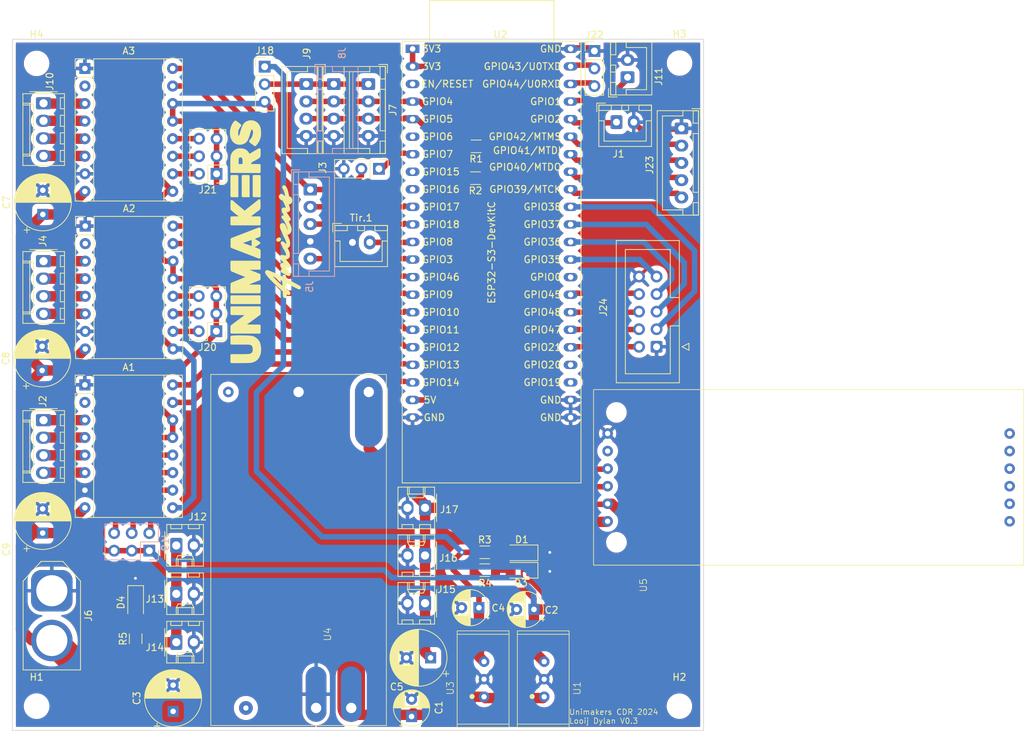
<source format=kicad_pcb>
(kicad_pcb (version 20221018) (generator pcbnew)
  (title_block (title "Robot Unimakers CDR 2024") (date "2023-10-21") (rev "V0.3") (comment 4 "AISLER Project ID: SVBFSYCL"))
  (layers (0 "F.Cu" signal "Front") (31 "B.Cu" signal "Back") (34 "B.Paste" user) (35 "F.Paste" user) (36 "B.SilkS" user "B.Silkscreen") (37 "F.SilkS" user "F.Silkscreen") (38 "B.Mask" user) (39 "F.Mask" user) (44 "Edge.Cuts" user))
  (net 0 "")
  (net 1 "GND")
  (net 3 "Net-(A1-A2)")
  (net 4 "Net-(A1-A1)")
  (net 5 "Net-(A1-B1)")
  (net 6 "Net-(A1-B2)")
  (net 7 "+12V")
  (net 8 "EN")
  (net 9 "Net-(A1-M0)")
  (net 10 "Net-(A1-M1)")
  (net 11 "Net-(A1-M2)")
  (net 12 "+5V")
  (net 13 "STEP1")
  (net 14 "DIR1")
  (net 16 "Net-(A2-A2)")
  (net 17 "Net-(A2-A1)")
  (net 18 "Net-(A2-B1)")
  (net 19 "Net-(A2-B2)")
  (net 20 "Net-(A2-M0)")
  (net 21 "Net-(A2-M1)")
  (net 22 "Net-(A2-M2)")
  (net 23 "STEP2")
  (net 24 "DIR2")
  (net 25 "LIDARRX")
  (net 26 "LIDARTX")
  (net 27 "PWMLIDAR")
  (net 28 "SCL")
  (net 29 "SDA")
  (net 30 "Neopixel")
  (net 32 "Net-(A3-A2)")
  (net 33 "Net-(A3-A1)")
  (net 34 "Net-(A3-B1)")
  (net 35 "Net-(A3-B2)")
  (net 36 "Net-(A3-M0)")
  (net 37 "Net-(A3-M1)")
  (net 38 "Net-(A3-M2)")
  (net 39 "STEP3")
  (net 40 "DIR3")
  (net 41 "Net-(Tir.1-Pin_2)")
  (net 42 "Net-(J23-Pin_2)")
  (net 43 "Net-(J23-Pin_3)")
  (net 44 "Net-(J23-Pin_4)")
  (net 45 "Net-(J22-Pin_3)")
  (net 46 "Net-(J22-Pin_2)")
  (net 47 "+3.3V")
  (net 48 "/GP1")
  (net 49 "/GP2")
  (net 50 "Net-(D1-A)")
  (net 51 "+3.3VP")
  (net 52 "Net-(J18-Pin_2)")
  (net 53 "Net-(J23-Pin_5)")
  (net 54 "Net-(D3-A)")
  (net 55 "Net-(D4-A)")
  (net 56 "GPIO21")
  (net 57 "+5VP")
  (net 59 "GPIO47")
  (net 60 "GPIO48")
  (net 61 "GPIO45")
  (net 62 "GPIO38")
  (net 64 "/Power/PwrEn")
  (net 71 "GPIO37")
  (net 72 "GPIO36")
  (net 73 "GPI035")
  (footprint "Capacitor_THT:CP_Radial_D5.0mm_P2.50mm" (layer "F.Cu") (at 25.455113 32.5 180)
    (fp_text reference "C2")
    (fp_text value "C_Polarized")
  )
  (footprint "Connector_PinHeader_2.54mm:PinHeader_1x03_P2.54mm_Vertical" (layer "F.Cu") (at 3.025 -31.25 -90)
    (fp_text reference "J3")
    (fp_text value "Conn_01x03")
  )
  (footprint "Connector_JST:JST_XH_B2B-XH-A_1x02_P2.50mm_Vertical" (layer "F.Cu") (at 37.4 -38)
    (fp_text reference "J1")
    (fp_text value "Conn_01x02")
  )
  (footprint "Connector_Molex:Molex_KK-254_AE-6410-02A_1x02_P2.54mm_Vertical" (layer "F.Cu") (at -26.29 23.25)
    (fp_text reference "J12")
    (fp_text value "Conn_01x02")
  )
  (footprint "MountingHole:MountingHole_3.2mm_M3" (layer "F.Cu") (at -46.5 -46.5)
    (fp_text reference "H4")
    (fp_text value "MountingHole")
  )
  (footprint "Resistor_SMD:R_1206_3216Metric_Pad1.30x1.75mm_HandSolder" (layer "F.Cu") (at 18.345 26.8175)
    (fp_text reference "R4")
    (fp_text value "R_Small")
  )
  (footprint "Capacitor_THT:CP_Radial_D8.0mm_P3.50mm" (layer "F.Cu") (at -45.625 21.452651 90)
    (fp_text reference "C9")
    (fp_text value "C_Polarized")
  )
  (footprint "Connector_Molex:Molex_KK-254_AE-6410-02A_1x02_P2.54mm_Vertical" (layer "F.Cu") (at 9.7 17.8 180)
    (fp_text reference "J17")
    (fp_text value "Conn_01x02")
  )
  (footprint "Connector_Molex:Molex_KK-254_AE-6410-02A_1x02_P2.54mm_Vertical" (layer "F.Cu") (at -26.29 37.25)
    (fp_text reference "J14")
    (fp_text value "Conn_01x02")
  )
  (footprint "Connector_JST:JST_XH_B5B-XH-A_1x05_P2.50mm_Vertical" (layer "F.Cu") (at 46.8 -37.1 -90)
    (fp_text reference "J23")
    (fp_text value "Conn_01x05")
  )
  (footprint "Connector_Molex:Molex_KK-254_AE-6410-04A_1x04_P2.54mm_Vertical" (layer "F.Cu") (at -45.5 -17.89 -90)
    (fp_text reference "J4")
    (fp_text value "Conn_01x04")
  )
  (footprint "Capacitor_THT:CP_Radial_D5.0mm_P2.50mm" (layer "F.Cu") (at 17.5 32.25 180)
    (fp_text reference "C4")
    (fp_text value "C_Polarized")
  )
  (footprint "MountingHole:MountingHole_3.2mm_M3" (layer "F.Cu") (at -46.5 46.5)
    (fp_text reference "H1")
    (fp_text value "MountingHole")
  )
  (footprint "Connector_JST:JST_XH_B2B-XH-A_1x02_P2.50mm_Vertical" (layer "F.Cu") (at -0.8 -20.6)
    (fp_text reference "Tir.1")
    (fp_text value "Conn_01x02")
  )
  (footprint "Traco:Traco 2- 24xx" (layer "F.Cu") (at 26.8 42.6 90)
    (fp_text reference "U1")
    (fp_text value "TSR_2-2450")
  )
  (footprint "Connector_JST:JST_XH_B4B-XH-A_1x04_P2.50mm_Vertical" (layer "F.Cu") (at 1.5 -43.5 -90)
    (fp_text reference "J7")
    (fp_text value "Conn_01x04")
  )
  (footprint "ESP:ESP32-S3-DevKitC" (layer "F.Cu") (at 7.9 -48.6)
    (fp_text reference "U2")
    (fp_text value "ESP32-S3-DevKitC")
  )
  (footprint "MountingHole:MountingHole_3.2mm_M3" (layer "F.Cu") (at 46.5 46.5)
    (fp_text reference "H2")
    (fp_text value "MountingHole")
  )
  (footprint "Connector_PinHeader_2.54mm:PinHeader_2x03_P2.54mm_Vertical" (layer "F.Cu") (at -20.5 -7.75 180)
    (fp_text reference "J20")
    (fp_text value "Conn_02x03_Odd_Even")
  )
  (footprint "Resistor_SMD:R_1206_3216Metric_Pad1.30x1.75mm_HandSolder" (layer "F.Cu") (at 17 -29.9 180)
    (fp_text reference "R2")
    (fp_text value "R")
  )
  (footprint "Connector_Molex:Molex_KK-254_AE-6410-02A_1x02_P2.54mm_Vertical" (layer "F.Cu") (at -26.29 30.25)
    (fp_text reference "J13")
    (fp_text value "Conn_01x02")
  )
  (footprint "Connector_Molex:Molex_KK-254_AE-6410-02A_1x02_P2.54mm_Vertical" (layer "F.Cu") (at 9.7 24.7 180)
    (fp_text reference "J16")
    (fp_text value "Conn_01x02")
  )
  (footprint "Module:Pololu_Breakout-16_15.2x20.3mm" (layer "F.Cu") (at -39.465 -22.965)
    (fp_text reference "A2")
    (fp_text value "Pololu_Breakout_DRV8825")
  )
  (footprint "Traco:Traco 2- 24xx" (layer "F.Cu") (at 18.1 42.6 90)
    (fp_text reference "U3")
    (fp_text value "TSR_2-2433")
  )
  (footprint "Capacitor_THT:CP_Radial_D8.0mm_P3.50mm" (layer "F.Cu") (at 10.5 39.5 180)
    (fp_text reference "C5")
    (fp_text value "C_Polarized")
  )
  (footprint "Resistor_SMD:R_1206_3216Metric_Pad1.30x1.75mm_HandSolder" (layer "F.Cu") (at 18.345 24.2425)
    (fp_text reference "R3")
    (fp_text value "R_Small")
  )
  (footprint "Connector_AMASS:AMASS_XT60-M_1x02_P7.20mm_Vertical" (layer "F.Cu") (at -44.3 29.8 -90)
    (fp_text reference "J6")
    (fp_text value "Conn_01x02")
  )
  (footprint "Connector_PinHeader_2.54mm:PinHeader_2x03_P2.54mm_Vertical" (layer "F.Cu") (at -20.46 -30.525 180)
    (fp_text reference "J21")
    (fp_text value "Conn_02x03_Odd_Even")
  )
  (footprint "LED_SMD:LED_1206_3216Metric_Pad1.42x1.75mm_HandSolder" (layer "F.Cu") (at -32.175 31.525 -90)
    (fp_text reference "D4")
    (fp_text value "LED_Small")
  )
  (footprint "LED_SMD:LED_1206_3216Metric_Pad1.42x1.75mm_HandSolder" (layer "F.Cu") (at 23.57 24.3175 180)
    (fp_text reference "D1")
    (fp_text value "LED_Small")
  )
  (footprint "Capacitor_THT:CP_Radial_D5.0mm_P2.50mm" (layer "F.Cu") (at 7.75 48 90)
    (fp_text reference "C1")
    (fp_text value "C_Polarized")
  )
  (footprint "Connector_JST:JST_XH_B4B-XH-A_1x04_P2.50mm_Vertical" (layer "F.Cu") (at -7.5 -43.5 -90)
    (fp_text reference "J9")
    (fp_text value "Conn_01x04")
  )
  (footprint "Connector_PinHeader_2.54mm:PinHeader_1x03_P2.54mm_Vertical" (layer "F.Cu") (at 34.2 -48.3)
    (fp_text reference "J22")
    (fp_text value "Conn_01x03")
  )
  (footprint "Connector_Molex:Molex_KK-254_AE-6410-04A_1x04_P2.54mm_Vertical" (layer "F.Cu") (at -45.5 5.12 -90)
    (fp_text reference "J2")
    (fp_text value "Conn_01x04")
  )
  (footprint "Connector_PinHeader_2.54mm:PinHeader_1x03_P2.54mm_Vertical" (layer "F.Cu") (at -13.5 -46.025)
    (fp_text reference "J18")
    (fp_text value "Conn_01x03")
  )
  (footprint "Traco:Traco TEN 50 series" (layer "F.Cu") (at -8.5 24 90)
    (fp_text reference "U4")
    (fp_text value "TEN_50-2411WI")
  )
  (footprint "LED_SMD:LED_1206_3216Metric_Pad1.42x1.75mm_HandSolder" (layer "F.Cu") (at 23.57 26.8425 180)
    (fp_text reference "D3")
    (fp_text value "LED_Small")
  )
  (footprint "Module:Pololu_Breakout-16_15.2x20.3mm" (layer "F.Cu") (at -39.515 0.01)
    (fp_text reference "A1")
    (fp_text value "Pololu_Breakout_DRV8825")
  )
  (footprint "Module:Pololu_Breakout-16_15.2x20.3mm" (layer "F.Cu") (at -39.515 -45.765)
    (fp_text reference "A3")
    (fp_text value "Pololu_Breakout_DRV8825")
  )
  (footprint "Connector_Molex:Molex_KK-254_AE-6410-04A_1x04_P2.54mm_Vertical" (layer "F.Cu") (at -45.5 -40.735 -90)
    (fp_text reference "J10")
    (fp_text value "Conn_01x04")
  )
  (footprint "MountingHole:MountingHole_3.2mm_M3" (layer "F.Cu") (at 46.525 -46.55)
    (fp_text reference "H3")
    (fp_text value "MountingHole")
  )
  (footprint "Custom:PCA9685breakout" (layer "F.Cu") (at 65.2 13.4)
    (fp_text reference "U5")
    (fp_text value "~")
  )
  (footprint "Connector_IDC:IDC-Header_2x05_P2.54mm_Vertical" (layer "F.Cu") (at 43.2 -5.5 180)
    (fp_text reference "J24")
    (fp_text value "Conn_02x05_Odd_Even")
  )
  (footprint "Resistor_SMD:R_1206_3216Metric_Pad1.30x1.75mm_HandSolder" (layer "F.Cu") (at -32.175 36.75 90)
    (fp_text reference "R5")
    (fp_text value "R_Small")
  )
  (footprint "Capacitor_THT:CP_Radial_D8.0mm_P3.50mm" (layer "F.Cu") (at -45.7 -2.072349 90)
    (fp_text reference "C8")
    (fp_text value "C_Polarized")
  )
  (footprint "Resistor_SMD:R_1206_3216Metric_Pad1.30x1.75mm_HandSolder" (layer "F.Cu") (at 17.1 -34.5 180)
    (fp_text reference "R1")
    (fp_text value "R")
  )
  (footprint "Capacitor_THT:CP_Radial_D8.0mm_P3.80mm" (layer "F.Cu") (at -26.75 47.25 90)
    (fp_text reference "C3")
    (fp_text value "C_Polarized")
  )
  (footprint "Capacitor_THT:CP_Radial_D8.0mm_P3.50mm" (layer "F.Cu") (at -45.6 -24.647349 90)
    (fp_text reference "C7")
    (fp_text value "C_Polarized")
  )
  (footprint "Connector_Molex:Molex_KK-254_AE-6410-02A_1x02_P2.54mm_Vertical" (layer "F.Cu") (at 9.7 31.6 180)
    (fp_text reference "J15")
    (fp_text value "Conn_01x02")
  )
  (footprint "Connector_JST:JST_XH_B2B-XH-A_1x02_P2.50mm_Vertical" (layer "F.Cu") (at 39 -44.5 90)
    (fp_text reference "J11")
    (fp_text value "Conn_01x02")
  )
  (footprint "Connector_JST:JST_XH_B5B-XH-A_1x05_P2.50mm_Vertical" (layer "B.Cu") (at -6.9 -28.25 -90)
    (fp_text reference "J5")
    (fp_text value "Conn_01x05")
  )
  (footprint "Connector_PinHeader_2.54mm:PinHeader_2x03_P2.54mm_Vertical" (layer "B.Cu") (at -30.2 24 90)
    (fp_text reference "J19")
    (fp_text value "Conn_02x03_Odd_Even")
  )
  (footprint "Connector_JST:JST_XH_B4B-XH-A_1x04_P2.50mm_Vertical" (layer "B.Cu") (at -3.5 -43.5 -90)
    (fp_text reference "J8")
    (fp_text value "Conn_01x04")
  )
  (gr_poly (pts (xy -18.284995 -14.009178) (xy -18.274299 -14.618507) (xy -17.09925 -15.09034) (xy -16.263801 -15.429138) (xy -16.005325 -15.536535) (xy -15.90525 -15.581123) (xy -15.90579 -15.582696) (xy -15.909315 -15.585439) (xy -15.925024 -15.594314) (xy -15.989045 -15.624761) (xy -16.092654 -15.6705) (xy -16.231193 -15.729568) (xy -16.4 -15.8) (xy -16.594418 -15.879835) (xy -17.041449 -16.059853) (xy -17.493805 -16.241352) (xy -17.871543 -16.395652) (xy -18.13516 -16.506429) (xy -18.211829 -16.540394) (xy -18.245154 -16.557358) (xy -18.248381 -16.560353) (xy -18.251484 -16.564239) (xy -18.254462 -16.569036) (xy -18.257319 -16.574763) (xy -18.260055 -16.58144) (xy -18.262671 -16.589086) (xy -18.267554 -16.607365) (xy -18.271977 -16.629758) (xy -18.275954 -16.656421) (xy -18.279496 -16.687512) (xy -18.282615 -16.723188) (xy -18.285322 -16.763606) (xy -18.28763 -16.808924) (xy -18.28955 -16.859297) (xy -18.291095 -16.914883) (xy -18.292276 -16.97584) (xy -18.293105 -17.042325) (xy -18.293754 -17.192505) (xy -18.293754 -17.789925) (xy -14.253333 -17.789925) (xy -14.253333 -16.819847) (xy -15.382804 -16.809547) (xy -16.512259 -16.799248) (xy -15.392508 -16.35006) (xy -14.272742 -15.900871) (xy -14.272742 -15.284081) (xy -15.370276 -14.842598) (xy -15.796423 -14.668463) (xy -16.1454 -14.520687) (xy -16.381195 -14.414889) (xy -16.445395 -14.382611) (xy -16.462101 -14.372482) (xy -16.467795 -14.366684) (xy -16.466372 -14.364895) (xy -16.462145 -14.363131) (xy -16.445549 -14.359689) (xy -16.418537 -14.356373) (xy -16.381637 -14.3532) (xy -16.280298 -14.347347) (xy -16.145772 -14.342264) (xy -15.982297 -14.338082) (xy -15.794112 -14.334931) (xy -15.585458 -14.332944) (xy -15.360572 -14.332253) (xy -14.253333 -14.332253) (xy -14.253333 -13.399849) (xy -18.295691 -13.399849)) (stroke (width 0.330381)) (fill solid) (layer "F.SilkS"))
  (gr_poly (pts (xy -16.292945 -21.838471) (xy -14.885041 -22.379864) (xy -14.282447 -22.605904) (xy -14.280955 -22.605282) (xy -14.279481 -22.603315) (xy -14.276596 -22.59548) (xy -14.273808 -22.582664) (xy -14.271131 -22.565134) (xy -14.26858 -22.543157) (xy -14.266172 -22.517001) (xy -14.261842 -22.453216) (xy -14.258262 -22.375913) (xy -14.255554 -22.287228) (xy -14.25384 -22.189296) (xy -14.253241 -22.084251) (xy -14.253607 -21.919986) (xy -14.255231 -21.793409) (xy -14.258901 -21.699014) (xy -14.26175 -21.662164) (xy -14.265407 -21.631295) (xy -14.269969 -21.605719) (xy -14.275535 -21.584747) (xy -14.282205 -21.567692) (xy -14.290076 -21.553864) (xy -14.299247 -21.542576) (xy -14.309817 -21.533139) (xy -14.321884 -21.524866) (xy -14.335547 -21.517067) (xy -14.376381 -21.499675) (xy -14.461424 -21.466943) (xy -14.74327 -21.363045) (xy -15.139339 -21.220546) (xy -15.607886 -21.054619) (xy -16.493974 -20.739556) (xy -16.799055 -20.628479) (xy -16.953299 -20.569588) (xy -17.108695 -20.502945) (xy -15.72956 -20.017311) (xy -15.190229 -19.825565) (xy -14.741261 -19.66248) (xy -14.429506 -19.545316) (xy -14.339723 -19.509348) (xy -14.30181 -19.491333) (xy -14.298635 -19.488252) (xy -14.295579 -19.484369) (xy -14.29264 -19.47967) (xy -14.289817 -19.474142) (xy -14.287108 -19.467772) (xy -14.284514 -19.460546) (xy -14.279662 -19.443474) (xy -14.275251 -19.42282) (xy -14.271272 -19.398476) (xy -14.267716 -19.370336) (xy -14.264573 -19.338293) (xy -14.261835 -19.302241) (xy -14.259491 -19.262072) (xy -14.257534 -19.217681) (xy -14.255953 -19.168959) (xy -14.25474 -19.115802) (xy -14.253884 -19.058101) (xy -14.253211 -18.928642) (xy -14.253549 -18.768504) (xy -14.254977 -18.645127) (xy -14.258116 -18.554075) (xy -14.260521 -18.519285) (xy -14.263587 -18.490913) (xy -14.267391 -18.468405) (xy -14.27201 -18.451205) (xy -14.277523 -18.438759) (xy -14.284007 -18.430513) (xy -14.291539 -18.425912) (xy -14.300198 -18.424402) (xy -14.31006 -18.425429) (xy -14.321204 -18.428436) (xy -14.32128 -18.428429) (xy -14.939916 -18.665073) (xy -16.331794 -19.202927) (xy -18.274299 -19.955284) (xy -18.274299 -21.07251)) (stroke (width 0.330381)) (fill solid) (layer "F.SilkS"))
  (gr_poly (pts (xy -18.10723 -8.610657) (xy -17.955799 -8.725821) (xy -17.681327 -8.93102) (xy -16.919196 -9.4954) (xy -15.91764 -10.233551) (xy -17.105674 -10.24382) (xy -18.293708 -10.254097) (xy -18.293708 -11.185379) (xy -14.253287 -11.185379) (xy -14.253287 -10.256287) (xy -14.379554 -10.158188) (xy -14.509673 -10.061036) (xy -14.770549 -9.869022) (xy -15.533225 -9.311539) (xy -16.56063 -8.562988) (xy -15.406958 -8.552696) (xy -14.253287 -8.542404) (xy -14.253287 -7.572296) (xy -16.27349 -7.572311) (xy -18.293708 -7.572311) (xy -18.293708 -8.464066)) (stroke (width 0.330381)) (fill solid) (layer "F.SilkS"))
  (gr_poly (pts (xy -18.362808 -36.561995) (xy -18.357232 -36.652383) (xy -18.348334 -36.743129) (xy -18.336088 -36.834046) (xy -18.320467 -36.924947) (xy -18.301444 -37.015647) (xy -18.278992 -37.105959) (xy -18.253086 -37.195697) (xy -18.223697 -37.284675) (xy -18.190799 -37.372705) (xy -18.154366 -37.459603) (xy -18.114371 -37.545181) (xy -18.085079 -37.602872) (xy -18.055193 -37.658301) (xy -18.024935 -37.711197) (xy -17.994533 -37.761288) (xy -17.96421 -37.808304) (xy -17.934192 -37.851972) (xy -17.904703 -37.892022) (xy -17.875968 -37.928183) (xy -17.848212 -37.960182) (xy -17.821661 -37.987748) (xy -17.796538 -38.010611) (xy -17.77307 -38.028498) (xy -17.75148 -38.041139) (xy -17.74146 -38.045407) (xy -17.731994 -38.048262) (xy -17.72311 -38.049669) (xy -17.714836 -38.049596) (xy -17.707201 -38.048007) (xy -17.700232 -38.044869) (xy -17.642842 -38.00654) (xy -17.555403 -37.943157) (xy -17.449535 -37.863729) (xy -17.336858 -37.777262) (xy -17.228992 -37.692764) (xy -17.137559 -37.619243) (xy -17.074177 -37.565706) (xy -17.056637 -37.549246) (xy -17.050467 -37.541161) (xy -17.050617 -37.539948) (xy -17.051062 -37.538379) (xy -17.052808 -37.534217) (xy -17.055646 -37.528757) (xy -17.059516 -37.522083) (xy -17.064361 -37.51428) (xy -17.070121 -37.50543) (xy -17.084153 -37.484925) (xy -17.101141 -37.46124) (xy -17.120615 -37.435043) (xy -17.142104 -37.407004) (xy -17.165137 -37.377792) (xy -17.177384 -37.36197) (xy -17.190386 -37.344219) (xy -17.218203 -37.303705) (xy -17.247674 -37.257794) (xy -17.277888 -37.208028) (xy -17.307932 -37.155951) (xy -17.336893 -37.103105) (xy -17.363858 -37.051035) (xy -17.387916 -37.001282) (xy -17.404507 -36.964871) (xy -17.419355 -36.930773) (xy -17.432551 -36.898477) (xy -17.444192 -36.867471) (xy -17.454369 -36.837244) (xy -17.463178 -36.807285) (xy -17.470711 -36.777082) (xy -17.477063 -36.746123) (xy -17.482328 -36.713898) (xy -17.486599 -36.679895) (xy -17.489971 -36.643601) (xy -17.492537 -36.604507) (xy -17.494391 -36.5621) (xy -17.495626 -36.515869) (xy -17.496619 -36.409889) (xy -17.496281 -36.303358) (xy -17.49434 -36.218121) (xy -17.492571 -36.182451) (xy -17.490164 -36.15086) (xy -17.48704 -36.122932) (xy -17.483121 -36.098253) (xy -17.478326 -36.076408) (xy -17.472578 -36.056981) (xy -17.465797 -36.039559) (xy -17.457903 -36.023724) (xy -17.448818 -36.009063) (xy -17.438463 -35.995161) (xy -17.426759 -35.981602) (xy -17.413627 -35.967972) (xy -17.405134 -35.959921) (xy -17.396163 -35.952254) (xy -17.386749 -35.944974) (xy -17.376928 -35.938087) (xy -17.356209 -35.925509) (xy -17.334293 -35.914559) (xy -17.311469 -35.905275) (xy -17.288024 -35.897696) (xy -17.264245 -35.891859) (xy -17.24042 -35.887803) (xy -17.216837 -35.885567) (xy -17.193782 -35.885188) (xy -17.171544 -35.886705) (xy -17.160821 -35.888187) (xy -17.15041 -35.890157) (xy -17.140346 -35.89262) (xy -17.130667 -35.895581) (xy -17.121407 -35.899045) (xy -17.112603 -35.903016) (xy -17.104291 -35.9075) (xy -17.096506 -35.9125) (xy -17.089285 -35.918023) (xy -17.082663 -35.924072) (xy -17.077814 -35.931019) (xy -17.071543 -35.943446) (xy -17.063948 -35.961045) (xy -17.055129 -35.983512) (xy -17.034212 -36.041824) (xy -17.009581 -36.115933) (xy -16.982027 -36.203393) (xy -16.952338 -36.301754) (xy -16.921305 -36.40857) (xy -16.889716 -36.521393) (xy -16.814953 -36.778423) (xy -16.739207 -37.008991) (xy -16.700956 -37.114375) (xy -16.662447 -37.213169) (xy -16.623675 -37.305384) (xy -16.584638 -37.391028) (xy -16.545329 -37.470109) (xy -16.505746 -37.542637) (xy -16.465884 -37.60862) (xy -16.425739 -37.668067) (xy -16.385307 -37.720988) (xy -16.344583 -37.76739) (xy -16.303563 -37.807283) (xy -16.262244 -37.840675) (xy -16.197449 -37.885282) (xy -16.131422 -37.925842) (xy -16.06428 -37.962332) (xy -15.996137 -37.994731) (xy -15.927108 -38.023015) (xy -15.857309 -38.047164) (xy -15.786855 -38.067154) (xy -15.715861 -38.082963) (xy -15.644443 -38.09457) (xy -15.572716 -38.101952) (xy -15.500794 -38.105086) (xy -15.428794 -38.103951) (xy -15.35683 -38.098525) (xy -15.285018 -38.088785) (xy -15.213473 -38.074709) (xy -15.14231 -38.056274) (xy -15.065252 -38.031791) (xy -14.99193 -38.004169) (xy -14.922222 -37.973291) (xy -14.856005 -37.939036) (xy -14.793156 -37.901284) (xy -14.733553 -37.859914) (xy -14.677074 -37.814808) (xy -14.623595 -37.765844) (xy -14.572995 -37.712904) (xy -14.52515 -37.655867) (xy -14.479938 -37.594612) (xy -14.437237 -37.529021) (xy -14.396923 -37.458973) (xy -14.358875 -37.384347) (xy -14.32297 -37.305025) (xy -14.289084 -37.220886) (xy -14.269905 -37.163576) (xy -14.252599 -37.098082) (xy -14.23721 -37.025428) (xy -14.223784 -36.946635) (xy -14.212364 -36.862723) (xy -14.202994 -36.774716) (xy -14.195718 -36.683633) (xy -14.190581 -36.590498) (xy -14.187627 -36.496331) (xy -14.186901 -36.402154) (xy -14.188446 -36.308988) (xy -14.192306 -36.217856) (xy -14.198526 -36.129778) (xy -14.20715 -36.045777) (xy -14.218223 -35.966873) (xy -14.231788 -35.894089) (xy -14.231711 -35.89415) (xy -14.248818 -35.819791) (xy -14.26813 -35.746568) (xy -14.289668 -35.674433) (xy -14.313459 -35.603341) (xy -14.339524 -35.533246) (xy -14.367889 -35.464101) (xy -14.398577 -35.395861) (xy -14.431611 -35.328479) (xy -14.467016 -35.261909) (xy -14.504815 -35.196105) (xy -14.545033 -35.131021) (xy -14.587692 -35.06661) (xy -14.632817 -35.002827) (xy -14.680432 -34.939625) (xy -14.73056 -34.876959) (xy -14.783225 -34.814781) (xy -14.894278 -34.687248) (xy -15.224494 -34.923821) (xy -15.355512 -35.018452) (xy -15.468129 -35.101234) (xy -15.550348 -35.163248) (xy -15.576309 -35.183682) (xy -15.590171 -35.19558) (xy -15.591962 -35.197738) (xy -15.593343 -35.200251) (xy -15.59432 -35.203112) (xy -15.594897 -35.206312) (xy -15.595078 -35.209844) (xy -15.594867 -35.213701) (xy -15.59427 -35.217876) (xy -15.59329 -35.222359) (xy -15.591932 -35.227145) (xy -15.590201 -35.232225) (xy -15.588101 -35.237593) (xy -15.585636 -35.243239) (xy -15.579631 -35.25534) (xy -15.572221 -35.268467) (xy -15.563442 -35.282561) (xy -15.55333 -35.29756) (xy -15.541921 -35.313405) (xy -15.52925 -35.330036) (xy -15.515354 -35.34739) (xy -15.500267 -35.365409) (xy -15.484026 -35.384032) (xy -15.466666 -35.403198) (xy -15.425667 -35.449686) (xy -15.386535 -35.498077) (xy -15.313979 -35.599933) (xy -15.249199 -35.707491) (xy -15.192398 -35.819478) (xy -15.143776 -35.934621) (xy -15.103535 -36.051646) (xy -15.071878 -36.169279) (xy -15.049006 -36.286246) (xy -15.035121 -36.401275) (xy -15.030425 -36.51309) (xy -15.035119 -36.620419) (xy -15.049405 -36.721988) (xy -15.060208 -36.770214) (xy -15.073484 -36.816523) (xy -15.08926 -36.860755) (xy -15.10756 -36.902751) (xy -15.128409 -36.942351) (xy -15.151832 -36.979397) (xy -15.177855 -37.01373) (xy -15.206504 -37.045189) (xy -15.227083 -37.065417) (xy -15.24586 -37.082938) (xy -15.254665 -37.090683) (xy -15.263132 -37.097749) (xy -15.271298 -37.104137) (xy -15.2792 -37.109847) (xy -15.286876 -37.114877) (xy -15.294363 -37.119227) (xy -15.301698 -37.122898) (xy -15.308918 -37.125888) (xy -15.316062 -37.128197) (xy -15.323167 -37.129826) (xy -15.330269 -37.130772) (xy -15.337407 -37.131037) (xy -15.344618 -37.130619) (xy -15.351938 -37.129518) (xy -15.359406 -37.127735) (xy -15.367059 -37.125267) (xy -15.374935 -37.122116) (xy -15.38307 -37.11828) (xy -15.391502 -37.113759) (xy -15.400269 -37.108553) (xy -15.409407 -37.102662) (xy -15.418955 -37.096085) (xy -15.439428 -37.08087) (xy -15.461986 -37.062906) (xy -15.48693 -37.042191) (xy -15.504039 -37.026899) (xy -15.512246 -37.018802) (xy -15.520256 -37.010325) (xy -15.528093 -37.001406) (xy -15.535782 -36.991985) (xy -15.54335 -36.982001) (xy -15.550822 -36.971393) (xy -15.558223 -36.960101) (xy -15.565579 -36.948064) (xy -15.572915 -36.935221) (xy -15.580256 -36.921512) (xy -15.595056 -36.891253) (xy -15.610183 -36.856801) (xy -15.62584 -36.817671) (xy -15.64223 -36.773378) (xy -15.659557 -36.723436) (xy -15.678023 -36.66736) (xy -15.697833 -36.604666) (xy -15.71919 -36.534867) (xy -15.742296 -36.45748) (xy -15.767356 -36.372017) (xy -15.839386 -36.129963) (xy -15.903511 -35.927426) (xy -15.962014 -35.759066) (xy -15.98987 -35.686035) (xy -16.017177 -35.619547) (xy -16.044219 -35.558934) (xy -16.071282 -35.503529) (xy -16.098652 -35.452664) (xy -16.126613 -35.405673) (xy -16.155452 -35.361888) (xy -16.185452 -35.320641) (xy -16.216901 -35.281266) (xy -16.250083 -35.243095) (xy -16.283684 -35.20792) (xy -16.319226 -35.174561) (xy -16.356601 -35.143029) (xy -16.395704 -35.113336) (xy -16.436427 -35.085494) (xy -16.478666 -35.059515) (xy -16.522313 -35.03541) (xy -16.567261 -35.013191) (xy -16.613405 -34.99287) (xy -16.660639 -34.974458) (xy -16.708855 -34.957968) (xy -16.757947 -34.943411) (xy -16.858335 -34.920144) (xy -16.960952 -34.90475) (xy -17.064946 -34.897323) (xy -17.169467 -34.897959) (xy -17.273663 -34.906749) (xy -17.325374 -34.914232) (xy -17.376684 -34.923789) (xy -17.427487 -34.935432) (xy -17.477677 -34.949173) (xy -17.527148 -34.965023) (xy -17.575793 -34.982994) (xy -17.623506 -35.003098) (xy -17.670179 -35.025346) (xy -17.715708 -35.049751) (xy -17.759986 -35.076325) (xy -17.817985 -35.116173) (xy -17.873225 -35.160292) (xy -17.925677 -35.208493) (xy -17.975317 -35.260592) (xy -18.022116 -35.316402) (xy -18.066048 -35.375736) (xy -18.107086 -35.438408) (xy -18.145204 -35.504232) (xy -18.180374 -35.573021) (xy -18.212571 -35.64459) (xy -18.241767 -35.718752) (xy -18.267936 -35.79532) (xy -18.29105 -35.874109) (xy -18.311084 -35.954932) (xy -18.32801 -36.037602) (xy -18.341802 -36.121934) (xy -18.352432 -36.207741) (xy -18.359875 -36.294837) (xy -18.364103 -36.383036) (xy -18.365089 -36.47215)) (stroke (width 0.330381)) (fill solid) (layer "F.SilkS"))
  (gr_poly (pts (xy -17.477866 -30.183151) (xy -17.477866 -27.308243) (xy -18.293708 -27.308243) (xy -18.293708 -30.183151)) (stroke (width 0.330381)) (fill solid) (layer "F.SilkS"))
  (gr_poly (pts (xy -11.290229 -27.235946) (xy -11.288455 -27.255402) (xy -11.285182 -27.274677) (xy -11.280384 -27.293722) (xy -11.274035 -27.312486) (xy -11.266109 -27.330916) (xy -11.256578 -27.348964) (xy -11.245416 -27.366577) (xy -11.232596 -27.383705) (xy -11.223248 -27.39473) (xy -11.21377 -27.404848) (xy -11.204145 -27.414053) (xy -11.194351 -27.42234) (xy -11.184369 -27.429703) (xy -11.174179 -27.436138) (xy -11.163761 -27.441639) (xy -11.153096 -27.4462) (xy -11.142162 -27.449816) (xy -11.130941 -27.452482) (xy -11.119413 -27.454193) (xy -11.107557 -27.454943) (xy -11.095353 -27.454726) (xy -11.082783 -27.453538) (xy -11.069825 -27.451373) (xy -11.05646 -27.448226) (xy -11.042669 -27.444091) (xy -11.02843 -27.438963) (xy -11.013725 -27.432837) (xy -10.998533 -27.425708) (xy -10.982835 -27.417569) (xy -10.96661 -27.408416) (xy -10.949839 -27.398243) (xy -10.932502 -27.387045) (xy -10.914579 -27.374817) (xy -10.89605 -27.361553) (xy -10.876894 -27.347248) (xy -10.857093 -27.331896) (xy -10.815474 -27.298032) (xy -10.771033 -27.259918) (xy -10.745053 -27.237449) (xy -10.720606 -27.216975) (xy -10.697577 -27.198439) (xy -10.675852 -27.18178) (xy -10.655314 -27.166939) (xy -10.63585 -27.153856) (xy -10.617345 -27.142472) (xy -10.599683 -27.132728) (xy -10.582749 -27.124563) (xy -10.56643 -27.117919) (xy -10.550609 -27.112736) (xy -10.535173 -27.108954) (xy -10.520005 -27.106514) (xy -10.504991 -27.105357) (xy -10.490017 -27.105422) (xy -10.474967 -27.106651) (xy -10.463242 -27.108219) (xy -10.452236 -27.110093) (xy -10.441943 -27.112334) (xy -10.432359 -27.115002) (xy -10.423477 -27.118157) (xy -10.415292 -27.121858) (xy -10.407799 -27.126167) (xy -10.400991 -27.131143) (xy -10.394864 -27.136846) (xy -10.389412 -27.143335) (xy -10.384629 -27.150673) (xy -10.380511 -27.158917) (xy -10.37705 -27.168128) (xy -10.374243 -27.178367) (xy -10.372083 -27.189693) (xy -10.370564 -27.202167) (xy -10.369683 -27.215848) (xy -10.369431 -27.230796) (xy -10.369806 -27.247072) (xy -10.3708 -27.264735) (xy -10.372408 -27.283846) (xy -10.374626 -27.304465) (xy -10.377446 -27.326651) (xy -10.380864 -27.350465) (xy -10.384875 -27.375967) (xy -10.389472 -27.403217) (xy -10.400405 -27.4632) (xy -10.413618 -27.530894) (xy -10.429068 -27.606781) (xy -10.457604 -27.734648) (xy -10.488855 -27.854775) (xy -10.522969 -27.967549) (xy -10.541145 -28.0213) (xy -10.560092 -28.073359) (xy -10.579827 -28.123774) (xy -10.600369 -28.172593) (xy -10.621735 -28.219866) (xy -10.643946 -28.265641) (xy -10.667017 -28.309966) (xy -10.690969 -28.352891) (xy -10.715818 -28.394463) (xy -10.741584 -28.434731) (xy -10.756538 -28.457612) (xy -10.769776 -28.478545) (xy -10.781335 -28.497675) (xy -10.791252 -28.515148) (xy -10.799564 -28.531109) (xy -10.806308 -28.545704) (xy -10.811522 -28.559077) (xy -10.815242 -28.571374) (xy -10.817505 -28.582741) (xy -10.818102 -28.588121) (xy -10.818349 -28.593323) (xy -10.81825 -28.598364) (xy -10.81781 -28.603265) (xy -10.817034 -28.608041) (xy -10.815926 -28.612712) (xy -10.812733 -28.621811) (xy -10.80827 -28.630706) (xy -10.802571 -28.639544) (xy -10.795676 -28.648468) (xy -10.788736 -28.656533) (xy -10.781824 -28.663962) (xy -10.774931 -28.670755) (xy -10.768051 -28.676908) (xy -10.761174 -28.682419) (xy -10.754292 -28.687286) (xy -10.747399 -28.691508) (xy -10.740485 -28.695081) (xy -10.733543 -28.698004) (xy -10.726564 -28.700274) (xy -10.719542 -28.70189) (xy -10.712467 -28.702848) (xy -10.705332 -28.703148) (xy -10.698128 -28.702786) (xy -10.690848 -28.70176) (xy -10.683484 -28.700069) (xy -10.676028 -28.697709) (xy -10.668471 -28.69468) (xy -10.660806 -28.690978) (xy -10.653024 -28.686601) (xy -10.645118 -28.681548) (xy -10.63708 -28.675815) (xy -10.628902 -28.669402) (xy -10.620575 -28.662305) (xy -10.612092 -28.654523) (xy -10.603444 -28.646053) (xy -10.594625 -28.636892) (xy -10.585624 -28.62704) (xy -10.576436 -28.616494) (xy -10.567051 -28.60525) (xy -10.54766 -28.580666) (xy -10.519375 -28.541878) (xy -10.492288 -28.501185) (xy -10.466328 -28.458391) (xy -10.441425 -28.413301) (xy -10.417506 -28.365719) (xy -10.394502 -28.31545) (xy -10.372341 -28.262298) (xy -10.350951 -28.206068) (xy -10.330263 -28.146565) (xy -10.310204 -28.083592) (xy -10.290704 -28.016955) (xy -10.271693 -27.946458) (xy -10.253098 -27.871906) (xy -10.234848 -27.793103) (xy -10.216874 -27.709854) (xy -10.199103 -27.621964) (xy -10.169862 -27.474161) (xy -10.146092 -27.362047) (xy -10.13544 -27.317516) (xy -10.125174 -27.279678) (xy -10.114966 -27.247791) (xy -10.104489 -27.221112) (xy -10.093415 -27.198898) (xy -10.081417 -27.180407) (xy -10.068168 -27.164895) (xy -10.053339 -27.151619) (xy -10.036604 -27.139837) (xy -10.017635 -27.128806) (xy -9.971686 -27.106026) (xy -9.957074 -27.098726) (xy -9.942038 -27.090573) (xy -9.926691 -27.081652) (xy -9.911148 -27.072053) (xy -9.89552 -27.061861) (xy -9.879923 -27.051165) (xy -9.864469 -27.040052) (xy -9.849273 -27.028608) (xy -9.834446 -27.016922) (xy -9.820104 -27.005081) (xy -9.80636 -26.993172) (xy -9.793326 -26.981282) (xy -9.781117 -26.969498) (xy -9.769845 -26.957909) (xy -9.759626 -26.946601) (xy -9.750571 -26.935661) (xy -9.740778 -26.922467) (xy -9.731603 -26.908598) (xy -9.723046 -26.894102) (xy -9.715109 -26.879022) (xy -9.701092 -26.847296) (xy -9.689555 -26.813786) (xy -9.680501 -26.778854) (xy -9.673933 -26.742865) (xy -9.669852 -26.706184) (xy -9.668263 -26.669175) (xy -9.669168 -26.632202) (xy -9.67257 -26.595628) (xy -9.678471 -26.559819) (xy -9.686874 -26.525139) (xy -9.697783 -26.49195) (xy -9.711199 -26.460619) (xy -9.718848 -26.445764) (xy -9.727126 -26.431509) (xy -9.736032 -26.4179) (xy -9.745566 -26.404984) (xy -9.746024 -26.404869) (xy -9.76772 -26.37919) (xy -9.790078 -26.356366) (xy -9.81301 -26.336345) (xy -9.836428 -26.319075) (xy -9.860242 -26.304505) (xy -9.884365 -26.292584) (xy -9.908707 -26.28326) (xy -9.93318 -26.276482) (xy -9.957695 -26.272197) (xy -9.982164 -26.270356) (xy -10.001703 -26.270797) (xy -10.001703 -26.54967) (xy -9.998811 -26.549781) (xy -9.995859 -26.550173) (xy -9.992838 -26.550843) (xy -9.989742 -26.551789) (xy -9.986564 -26.553008) (xy -9.983297 -26.554498) (xy -9.979933 -26.556258) (xy -9.976465 -26.558284) (xy -9.972887 -26.560575) (xy -9.969191 -26.563127) (xy -9.965371 -26.56594) (xy -9.957328 -26.572334) (xy -9.950654 -26.578139) (xy -9.94443 -26.584102) (xy -9.938656 -26.590219) (xy -9.933333 -26.596485) (xy -9.928459 -26.602893) (xy -9.924035 -26.609439) (xy -9.920061 -26.616116) (xy -9.916536 -26.62292) (xy -9.91346 -26.629844) (xy -9.910833 -26.636884) (xy -9.908655 -26.644034) (xy -9.906926 -26.651288) (xy -9.905646 -26.658641) (xy -9.904814 -26.666088) (xy -9.90443 -26.673622) (xy -9.904494 -26.681239) (xy -9.905006 -26.688933) (xy -9.905966 -26.696698) (xy -9.907374 -26.70453) (xy -9.909229 -26.712421) (xy -9.911531 -26.720368) (xy -9.914281 -26.728365) (xy -9.917477 -26.736405) (xy -9.92112 -26.744484) (xy -9.92521 -26.752596) (xy -9.929746 -26.760735) (xy -9.934729 -26.768897) (xy -9.940157 -26.777075) (xy -9.946032 -26.785265) (xy -9.952353 -26.79346) (xy -9.959119 -26.801655) (xy -9.96633 -26.809845) (xy -9.973039 -26.817078) (xy -9.979898 -26.824109) (xy -9.986855 -26.830902) (xy -9.993861 -26.83742) (xy -10.000865 -26.843627) (xy -10.007818 -26.849486) (xy -10.014669 -26.85496) (xy -10.021367 -26.860014) (xy -10.027863 -26.86461) (xy -10.034106 -26.868712) (xy -10.040045 -26.872283) (xy -10.045632 -26.875287) (xy -10.050814 -26.877687) (xy -10.055543 -26.879446) (xy -10.059767 -26.880529) (xy -10.061675 -26.880805) (xy -10.063437 -26.880898) (xy -10.067653 -26.880365) (xy -10.071562 -26.878802) (xy -10.075166 -26.876259) (xy -10.078468 -26.872786) (xy -10.081469 -26.868434) (xy -10.08417 -26.863254) (xy -10.086573 -26.857297) (xy -10.088679 -26.850613) (xy -10.09049 -26.843253) (xy -10.092009 -26.835267) (xy -10.094171 -26.817621) (xy -10.09518 -26.798082) (xy -10.095048 -26.777054) (xy -10.093787 -26.754943) (xy -10.09141 -26.732153) (xy -10.087931 -26.709092) (xy -10.083361 -26.686163) (xy -10.077714 -26.663772) (xy -10.071002 -26.642325) (xy -10.06725 -26.632081) (xy -10.063238 -26.622226) (xy -10.058965 -26.612809) (xy -10.054435 -26.603882) (xy -10.04836 -26.592901) (xy -10.04255 -26.583208) (xy -10.039727 -26.578838) (xy -10.036949 -26.574782) (xy -10.034208 -26.57104) (xy -10.031498 -26.567607) (xy -10.028812 -26.564483) (xy -10.026143 -26.561664) (xy -10.023483 -26.559148) (xy -10.020826 -26.556934) (xy -10.018164 -26.555018) (xy -10.015491 -26.553399) (xy -10.012799 -26.552074) (xy -10.010081 -26.551041) (xy -10.007331 -26.550297) (xy -10.00454 -26.549841) (xy -10.001703 -26.54967) (xy -10.001703 -26.270797) (xy -10.006498 -26.270906) (xy -10.030609 -26.273795) (xy -10.054407 -26.278973) (xy -10.077804 -26.286387) (xy -10.100712 -26.295987) (xy -10.123042 -26.307721) (xy -10.144705 -26.321537) (xy -10.165613 -26.337385) (xy -10.185677 -26.355211) (xy -10.204808 -26.374966) (xy -10.222918 -26.396597) (xy -10.239918 -26.420053) (xy -10.25572 -26.445283) (xy -10.270235 -26.472234) (xy -10.283374 -26.500857) (xy -10.295049 -26.531098) (xy -10.30517 -26.562908) (xy -10.313651 -26.596233) (xy -10.3204 -26.631023) (xy -10.325332 -26.667227) (xy -10.328355 -26.704792) (xy -10.329383 -26.743668) (xy -10.329566 -26.763326) (xy -10.330145 -26.781129) (xy -10.331165 -26.797157) (xy -10.33267 -26.811491) (xy -10.334705 -26.824212) (xy -10.337314 -26.835401) (xy -10.340541 -26.84514) (xy -10.342401 -26.849491) (xy -10.344432 -26.85351) (xy -10.34664 -26.857207) (xy -10.34903 -26.860591) (xy -10.351609 -26.863674) (xy -10.354381 -26.866465) (xy -10.357352 -26.868975) (xy -10.360529 -26.871213) (xy -10.363915 -26.87319) (xy -10.367517 -26.874916) (xy -10.371341 -26.8764) (xy -10.375392 -26.877654) (xy -10.384197 -26.87951) (xy -10.393977 -26.880564) (xy -10.404776 -26.880898) (xy -10.416511 -26.880714) (xy -10.427449 -26.880139) (xy -10.437588 -26.879139) (xy -10.446925 -26.877678) (xy -10.455457 -26.875723) (xy -10.463179 -26.873237) (xy -10.470089 -26.870187) (xy -10.476183 -26.866538) (xy -10.481459 -26.862254) (xy -10.483788 -26.859864) (xy -10.485912 -26.857302) (xy -10.487829 -26.854564) (xy -10.489539 -26.851646) (xy -10.491042 -26.848543) (xy -10.492337 -26.845251) (xy -10.494303 -26.838084) (xy -10.495433 -26.830109) (xy -10.495725 -26.82129) (xy -10.495173 -26.811595) (xy -10.493777 -26.800987) (xy -10.491531 -26.789433) (xy -10.488432 -26.776897) (xy -10.484478 -26.763344) (xy -10.479665 -26.74874) (xy -10.47399 -26.733051) (xy -10.467449 -26.71624) (xy -10.460039 -26.698275) (xy -10.451756 -26.679119) (xy -10.442598 -26.658738) (xy -10.421641 -26.614162) (xy -10.397141 -26.564269) (xy -10.369071 -26.508782) (xy -10.301897 -26.3688) (xy -10.234107 -26.21215) (xy -10.168654 -26.04727) (xy -10.108485 -25.882599) (xy -10.056552 -25.726575) (xy -10.015805 -25.587638) (xy -10.000547 -25.527214) (xy -9.989193 -25.474225) (xy -9.98211 -25.429727) (xy -9.979667 -25.394775) (xy -9.980025 -25.382481) (xy -9.981086 -25.370212) (xy -9.982827 -25.357993) (xy -9.985224 -25.345846) (xy -9.988256 -25.333797) (xy -9.9919 -25.321868) (xy -9.996132 -25.310085) (xy -10.000932 -25.29847) (xy -10.006275 -25.287049) (xy -10.01214 -25.275844) (xy -10.018504 -25.26488) (xy -10.025343 -25.25418) (xy -10.032637 -25.243769) (xy -10.040361 -25.233671) (xy -10.048493 -25.223909) (xy -10.057012 -25.214507) (xy -10.065893 -25.20549) (xy -10.075115 -25.196881) (xy -10.084655 -25.188704) (xy -10.09449 -25.180984) (xy -10.104598 -25.173743) (xy -10.114956 -25.167007) (xy -10.125541 -25.160798) (xy -10.136331 -25.155142) (xy -10.147304 -25.150061) (xy -10.158436 -25.14558) (xy -10.169705 -25.141722) (xy -10.181089 -25.138513) (xy -10.192565 -25.135975) (xy -10.20411 -25.134132) (xy -10.215701 -25.133009) (xy -10.227317 -25.132629) (xy -10.237565 -25.132932) (xy -10.249209 -25.133819) (xy -10.262116 -25.135262) (xy -10.276153 -25.137229) (xy -10.307092 -25.142619) (xy -10.340968 -25.14975) (xy -10.376726 -25.158381) (xy -10.413308 -25.168273) (xy -10.449657 -25.179186) (xy -10.484717 -25.19088) (xy -10.550044 -25.213516) (xy -10.605859 -25.232036) (xy -10.646227 -25.24454) (xy -10.658764 -25.247943) (xy -10.665213 -25.24913) (xy -10.668081 -25.248068) (xy -10.669487 -25.244921) (xy -10.669468 -25.239749) (xy -10.668059 -25.232612) (xy -10.661212 -25.21268) (xy -10.64923 -25.185604) (xy -10.632396 -25.151861) (xy -10.610992 -25.11193) (xy -10.585302 -25.066287) (xy -10.55561 -25.015411) (xy -10.485347 -24.899872) (xy -10.402469 -24.769133) (xy -10.309239 -24.627018) (xy -10.207923 -24.477348) (xy -10.146463 -24.386579) (xy -10.089127 -24.299269) (xy -10.037169 -24.217516) (xy -9.991843 -24.14342) (xy -9.954406 -24.07908) (xy -9.926111 -24.026595) (xy -9.908213 -23.988063) (xy -9.903556 -23.974686) (xy -9.901969 -23.965584) (xy -9.90227 -23.95553) (xy -9.903168 -23.945783) (xy -9.904652 -23.93635) (xy -9.906712 -23.927235) (xy -9.909337 -23.918444) (xy -9.912519 -23.909983) (xy -9.916247 -23.901858) (xy -9.92051 -23.894074) (xy -9.925299 -23.886636) (xy -9.930604 -23.87955) (xy -9.936414 -23.872822) (xy -9.94272 -23.866457) (xy -9.949511 -23.860461) (xy -9.956778 -23.854839) (xy -9.96451 -23.849598) (xy -9.972697 -23.844742) (xy -9.981329 -23.840277) (xy -9.990397 -23.836209) (xy -9.999889 -23.832543) (xy -10.009797 -23.829285) (xy -10.020109 -23.826441) (xy -10.030816 -23.824016) (xy -10.041908 -23.822015) (xy -10.053374 -23.820444) (xy -10.065205 -23.819309) (xy -10.077391 -23.818616) (xy -10.089921 -23.818369) (xy -10.102785 -23.818575) (xy -10.115974 -23.819239) (xy -10.129477 -23.820367) (xy -10.143284 -23.821964) (xy -10.157386 -23.824036) (xy -10.184889 -23.827993) (xy -10.210051 -23.830614) (xy -10.221593 -23.831429) (xy -10.232357 -23.831919) (xy -10.242278 -23.832085) (xy -10.251292 -23.831929) (xy -10.259334 -23.831455) (xy -10.26634 -23.830665) (xy -10.272246 -23.829562) (xy -10.276987 -23.828148) (xy -10.280498 -23.826426) (xy -10.281772 -23.82545) (xy -10.282715 -23.824398) (xy -10.283319 -23.82327) (xy -10.283575 -23.822067) (xy -10.283475 -23.820788) (xy -10.283011 -23.819435) (xy -10.21457 -23.680472) (xy -10.067817 -23.384399) (xy -10.009004 -23.261421) (xy -9.957168 -23.143351) (xy -9.912308 -23.03017) (xy -9.874421 -22.921858) (xy -9.843507 -22.818394) (xy -9.819563 -22.719759) (xy -9.802589 -22.625932) (xy -9.792582 -22.536892) (xy -9.789542 -22.45262) (xy -9.793467 -22.373095) (xy -9.804354 -22.298297) (xy -9.822204 -22.228206) (xy -9.847013 -22.162802) (xy -9.878781 -22.102064) (xy -9.917506 -22.045973) (xy -9.963187 -21.994507) (xy -9.984917 -21.973023) (xy -10.004815 -21.954016) (xy -10.023236 -21.937355) (xy -10.040537 -21.922911) (xy -10.048878 -21.916479) (xy -10.057073 -21.910553) (xy -10.065166 -21.905116) (xy -10.073202 -21.900152) (xy -10.081224 -21.895645) (xy -10.089278 -21.891578) (xy -10.097408 -21.887935) (xy -10.105658 -21.884701) (xy -10.114074 -21.881858) (xy -10.122699 -21.879391) (xy -10.131578 -21.877283) (xy -10.140756 -21.875518) (xy -10.150277 -21.87408) (xy -10.160185 -21.872953) (xy -10.170526 -21.87212) (xy -10.181343 -21.871565) (xy -10.204585 -21.871225) (xy -10.230269 -21.871802) (xy -10.258748 -21.873168) (xy -10.290381 -21.875191) (xy -10.329431 -21.877555) (xy -10.365859 -21.879105) (xy -10.39887 -21.87985) (xy -10.427665 -21.879802) (xy -10.451447 -21.878971) (xy -10.46942 -21.877368) (xy -10.475979 -21.87628) (xy -10.480786 -21.875003) (xy -10.483742 -21.873538) (xy -10.484495 -21.872736) (xy -10.484748 -21.871887) (xy -10.483757 -21.868254) (xy -10.480857 -21.860939) (xy -10.469716 -21.836057) (xy -10.452106 -21.798835) (xy -10.428807 -21.750866) (xy -10.368269 -21.629059) (xy -10.294349 -21.483383) (xy -10.254838 -21.404397) (xy -10.215526 -21.322384) (xy -10.177449 -21.239733) (xy -10.141641 -21.158836) (xy -10.109138 -21.082084) (xy -10.080976 -21.011866) (xy -10.05819 -20.950573) (xy -10.041816 -20.900597) (xy -10.022033 -20.826073) (xy -10.006217 -20.750903) (xy -9.994286 -20.675729) (xy -9.986161 -20.601191) (xy -9.981762 -20.52793) (xy -9.981007 -20.456587) (xy -9.983816 -20.387804) (xy -9.990109 -20.32222) (xy -9.999807 -20.260477) (xy -10.012827 -20.203216) (xy -10.029091 -20.151078) (xy -10.048517 -20.104704) (xy -10.071025 -20.064734) (xy -10.08341 -20.047351) (xy -10.096536 -20.03181) (xy -10.110392 -20.01819) (xy -10.124968 -20.006572) (xy -10.140255 -19.997036) (xy -10.156241 -19.989662) (xy -10.163239 -19.987203) (xy -10.171194 -19.984813) (xy -10.180015 -19.982505) (xy -10.189613 -19.980292) (xy -10.199898 -19.978185) (xy -10.210778 -19.976197) (xy -10.233966 -19.972627) (xy -10.258454 -19.969679) (xy -10.28352 -19.967452) (xy -10.308441 -19.966044) (xy -10.320622 -19.965678) (xy -10.332496 -19.965553) (xy -10.355281 -19.96519) (xy -10.376532 -19.964151) (xy -10.395786 -19.962508) (xy -10.412579 -19.960336) (xy -10.419908 -19.959074) (xy -10.426448 -19.957708) (xy -10.43214 -19.956245) (xy -10.436928 -19.954697) (xy -10.440752 -19.953071) (xy -10.443556 -19.951377) (xy -10.445281 -19.949625) (xy -10.44572 -19.948729) (xy -10.445868 -19.947823) (xy -10.444813 -19.94398) (xy -10.441718 -19.936268) (xy -10.429825 -19.910075) (xy -10.411023 -19.870915) (xy -10.386147 -19.820463) (xy -10.321519 -19.69238) (xy -10.242621 -19.539215) (xy -10.181777 -19.420542) (xy -10.133983 -19.322305) (xy -10.114443 -19.279181) (xy -10.097521 -19.239161) (xy -10.083001 -19.201577) (xy -10.070668 -19.165762) (xy -10.060308 -19.131046) (xy -10.051706 -19.096763) (xy -10.044646 -19.062242) (xy -10.038913 -19.026817) (xy -10.034293 -18.989818) (xy -10.030569 -18.950578) (xy -10.024955 -18.862701) (xy -10.020853 -18.771731) (xy -10.019775 -18.733825) (xy -10.01952 -18.700271) (xy -10.020217 -18.670543) (xy -10.021998 -18.644116) (xy -10.024993 -18.620464) (xy -10.029332 -18.599061) (xy -10.035146 -18.579382) (xy -10.042565 -18.560902) (xy -10.051719 -18.543094) (xy -10.06274 -18.525433) (xy -10.075756 -18.507394) (xy -10.0909 -18.48845) (xy -10.128089 -18.445747) (xy -10.148225 -18.423451) (xy -10.166564 -18.403835) (xy -10.183614 -18.386734) (xy -10.191814 -18.379073) (xy -10.199882 -18.371979) (xy -10.207882 -18.36543) (xy -10.215876 -18.359405) (xy -10.223927 -18.353883) (xy -10.232101 -18.348844) (xy -10.240459 -18.344267) (xy -10.249065 -18.340131) (xy -10.257983 -18.336415) (xy -10.267276 -18.333098) (xy -10.277007 -18.33016) (xy -10.28724 -18.327579) (xy -10.298038 -18.325335) (xy -10.309465 -18.323407) (xy -10.321583 -18.321775) (xy -10.334457 -18.320416) (xy -10.34815 -18.319311) (xy -10.362724 -18.318438) (xy -10.394773 -18.317307) (xy -10.431111 -18.316856) (xy -10.472246 -18.31692) (xy -10.518683 -18.317329) (xy -10.573179 -18.317371) (xy -10.623335 -18.316291) (xy -10.668102 -18.314196) (xy -10.706431 -18.311193) (xy -10.737275 -18.307387) (xy -10.749562 -18.305216) (xy -10.759584 -18.302885) (xy -10.767211 -18.300407) (xy -10.772311 -18.297795) (xy -10.774753 -18.295062) (xy -10.774936 -18.293654) (xy -10.774405 -18.292221) (xy -10.76278 -18.277188) (xy -10.73651 -18.244995) (xy -10.646695 -18.137141) (xy -10.518276 -17.984689) (xy -10.36457 -17.803665) (xy -10.20899 -17.61815) (xy -10.075557 -17.453468) (xy -10.021581 -17.384534) (xy -9.978465 -17.327519) (xy -9.947982 -17.284663) (xy -9.931907 -17.258202) (xy -9.92279 -17.237667) (xy -9.915383 -17.218238) (xy -9.909691 -17.199914) (xy -9.905719 -17.182694) (xy -9.903474 -17.166578) (xy -9.902961 -17.151563) (xy -9.904184 -17.137649) (xy -9.907151 -17.124835) (xy -9.911867 -17.113119) (xy -9.918337 -17.102501) (xy -9.926566 -17.092979) (xy -9.936562 -17.084553) (xy -9.948328 -17.077221) (xy -9.961871 -17.070982) (xy -9.977196 -17.065835) (xy -9.994309 -17.061779) (xy -10.013216 -17.058813) (xy -10.033922 -17.056936) (xy -10.056433 -17.056146) (xy -10.080754 -17.056443) (xy -10.106891 -17.057826) (xy -10.13485 -17.060292) (xy -10.164636 -17.063843) (xy -10.196254 -17.068475) (xy -10.229712 -17.074189) (xy -10.265013 -17.080982) (xy -10.302164 -17.088855) (xy -10.34117 -17.097805) (xy -10.382037 -17.107832) (xy -10.424771 -17.118935) (xy -10.469377 -17.131113) (xy -10.51586 -17.144363) (xy -10.639537 -17.17925) (xy -10.740819 -17.205791) (xy -10.779795 -17.21512) (xy -10.809253 -17.221389) (xy -10.827886 -17.224274) (xy -10.832735 -17.224346) (xy -10.834388 -17.22345) (xy -10.831954 -17.21903) (xy -10.824814 -17.208753) (xy -10.797376 -17.171857) (xy -10.696603 -17.041332) (xy -10.547458 -16.851608) (xy -10.365333 -16.622414) (xy -10.264239 -16.494288) (xy -10.174066 -16.376954) (xy -10.0958 -16.271833) (xy -10.030431 -16.180345) (xy -9.978945 -16.103908) (xy -9.942331 -16.043944) (xy -9.92991 -16.020582) (xy -9.921577 -16.001871) (xy -9.917456 -15.987988) (xy -9.91767 -15.979111) (xy -9.921887 -15.96895) (xy -9.926473 -15.959545) (xy -9.931457 -15.950899) (xy -9.936868 -15.943017) (xy -9.942734 -15.935902) (xy -9.949083 -15.929561) (xy -9.955943 -15.923996) (xy -9.963344 -15.919213) (xy -9.971313 -15.915215) (xy -9.979879 -15.912008) (xy -9.989071 -15.909595) (xy -9.998916 -15.907981) (xy -10.009443 -15.90717) (xy -10.020681 -15.907167) (xy -10.032658 -15.907977) (xy -10.045402 -15.909602) (xy -10.058941 -15.912049) (xy -10.073305 -15.915321) (xy -10.088521 -15.919422) (xy -10.104619 -15.924358) (xy -10.121625 -15.930132) (xy -10.13957 -15.93675) (xy -10.15848 -15.944214) (xy -10.178385 -15.95253) (xy -10.199313 -15.961702) (xy -10.221293 -15.971735) (xy -10.244352 -15.982633) (xy -10.268519 -15.994399) (xy -10.320292 -16.020558) (xy -10.376838 -16.050247) (xy -10.550642 -16.144166) (xy -10.693333 -16.224205) (xy -10.807143 -16.291922) (xy -10.853913 -16.321646) (xy -10.894299 -16.348874) (xy -10.92858 -16.3738) (xy -10.957034 -16.396618) (xy -10.97994 -16.417524) (xy -10.997576 -16.436712) (xy -11.010222 -16.454376) (xy -11.018156 -16.470712) (xy -11.021656 -16.485913) (xy -11.021003 -16.500176) (xy -11.019016 -16.508316) (xy -11.016266 -16.516026) (xy -11.012783 -16.523302) (xy -11.0086 -16.53014) (xy -11.003747 -16.536537) (xy -10.998259 -16.542489) (xy -10.992165 -16.547995) (xy -10.985498 -16.553049) (xy -10.97829 -16.557648) (xy -10.970572 -16.56179) (xy -10.962377 -16.565471) (xy -10.953737 -16.568687) (xy -10.944682 -16.571436) (xy -10.935246 -16.573713) (xy -10.925459 -16.575515) (xy -10.915355 -16.57684) (xy -10.904964 -16.577683) (xy -10.894318 -16.578041) (xy -10.88345 -16.577911) (xy -10.872391 -16.57729) (xy -10.861173 -16.576174) (xy -10.849828 -16.57456) (xy -10.838387 -16.572444) (xy -10.826884 -16.569823) (xy -10.815349 -16.566694) (xy -10.803814 -16.563053) (xy -10.792311 -16.558897) (xy -10.780872 -16.554223) (xy -10.76953 -16.549026) (xy -10.758315 -16.543305) (xy -10.74726 -16.537055) (xy -10.736396 -16.530273) (xy -10.717189 -16.517965) (xy -10.69844 -16.506483) (xy -10.680617 -16.496078) (xy -10.664191 -16.487001) (xy -10.649634 -16.479503) (xy -10.637416 -16.473837) (xy -10.632331 -16.471769) (xy -10.628007 -16.470252) (xy -10.624503 -16.46932) (xy -10.621879 -16.469002) (xy -10.621128 -16.469486) (xy -10.621042 -16.470922) (xy -10.621606 -16.473288) (xy -10.622804 -16.476558) (xy -10.627043 -16.485718) (xy -10.633643 -16.498213) (xy -10.642483 -16.513853) (xy -10.653444 -16.532448) (xy -10.681258 -16.577746) (xy -10.716133 -16.632589) (xy -10.757118 -16.695456) (xy -10.803262 -16.764831) (xy -10.853614 -16.839195) (xy -10.941658 -16.970659) (xy -10.977852 -17.027149) (xy -11.009023 -17.078076) (xy -11.035321 -17.123887) (xy -11.056893 -17.165028) (xy -11.073888 -17.201947) (xy -11.086453 -17.235091) (xy -11.094738 -17.264909) (xy -11.09889 -17.291847) (xy -11.099462 -17.304375) (xy -11.099057 -17.316352) (xy -11.097693 -17.327833) (xy -11.095388 -17.338873) (xy -11.092161 -17.349528) (xy -11.088031 -17.359856) (xy -11.077133 -17.379748) (xy -11.062843 -17.398998) (xy -11.04531 -17.418053) (xy -11.03784 -17.42523) (xy -11.030236 -17.431931) (xy -11.022461 -17.438154) (xy -11.014477 -17.443899) (xy -11.006246 -17.449164) (xy -10.997732 -17.45395) (xy -10.988895 -17.458254) (xy -10.9797 -17.462076) (xy -10.970107 -17.465416) (xy -10.96008 -17.468271) (xy -10.94958 -17.470643) (xy -10.938571 -17.472529) (xy -10.927015 -17.473929) (xy -10.914874 -17.474842) (xy -10.90211 -17.475268) (xy -10.888686 -17.475205) (xy -10.874564 -17.474652) (xy -10.859707 -17.473609) (xy -10.844078 -17.472074) (xy -10.827637 -17.470048) (xy -10.810348 -17.467529) (xy -10.792174 -17.464515) (xy -10.753018 -17.457005) (xy -10.709867 -17.447509) (xy -10.662422 -17.436021) (xy -10.610381 -17.422535) (xy -10.553443 -17.407044) (xy -10.293586 -17.334992) (xy -10.618628 -17.730202) (xy -10.760114 -17.903739) (xy -10.875555 -18.049028) (xy -10.967165 -18.169352) (xy -11.037156 -18.267996) (xy -11.064736 -18.310214) (xy -11.087742 -18.348242) (xy -11.106449 -18.382493) (xy -11.121135 -18.413375) (xy -11.132076 -18.441301) (xy -11.139548 -18.466679) (xy -11.143829 -18.489921) (xy -11.145194 -18.511437) (xy -11.144883 -18.523072) (xy -11.143936 -18.53407) (xy -11.142332 -18.544433) (xy -11.140053 -18.554164) (xy -11.137078 -18.563267) (xy -11.133386 -18.571746) (xy -11.128959 -18.579603) (xy -11.123774 -18.586843) (xy -11.117814 -18.593469) (xy -11.111057 -18.599484) (xy -11.103483 -18.604891) (xy -11.095073 -18.609695) (xy -11.085806 -18.613898) (xy -11.075663 -18.617504) (xy -11.064622 -18.620516) (xy -11.052665 -18.622938) (xy -11.03977 -18.624774) (xy -11.025919 -18.626026) (xy -11.01109 -18.626698) (xy -10.995264 -18.626794) (xy -10.978421 -18.626317) (xy -10.960541 -18.62527) (xy -10.941603 -18.623658) (xy -10.921588 -18.621482) (xy -10.900475 -18.618748) (xy -10.878245 -18.615457) (xy -10.854876 -18.611614) (xy -10.83035 -18.607223) (xy -10.804646 -18.602286) (xy -10.777745 -18.596807) (xy -10.720267 -18.584236) (xy -10.634557 -18.565183) (xy -10.56666 -18.551567) (xy -10.538352 -18.546797) (xy -10.513251 -18.543386) (xy -10.490942 -18.541333) (xy -10.471009 -18.540637) (xy -10.453037 -18.541299) (xy -10.43661 -18.543318) (xy -10.421313 -18.546694) (xy -10.40673 -18.551426) (xy -10.392446 -18.557515) (xy -10.378046 -18.56496) (xy -10.363115 -18.57376) (xy -10.347236 -18.583916) (xy -10.330062 -18.596623) (xy -10.314603 -18.611088) (xy -10.300848 -18.627273) (xy -10.28879 -18.645138) (xy -10.278418 -18.664648) (xy -10.269725 -18.685763) (xy -10.2627 -18.708445) (xy -10.257336 -18.732657) (xy -10.253623 -18.758361) (xy -10.251553 -18.785518) (xy -10.251116 -18.81409) (xy -10.252303 -18.844041) (xy -10.255106 -18.87533) (xy -10.259516 -18.907922) (xy -10.265523 -18.941777) (xy -10.27312 -18.976857) (xy -10.282296 -19.013125) (xy -10.293043 -19.050543) (xy -10.305353 -19.089073) (xy -10.319215 -19.128676) (xy -10.351564 -19.210951) (xy -10.390018 -19.297065) (xy -10.434506 -19.386713) (xy -10.484957 -19.479593) (xy -10.541299 -19.575399) (xy -10.603461 -19.673828) (xy -10.642044 -19.734782) (xy -10.678039 -19.795222) (xy -10.710658 -19.853569) (xy -10.739114 -19.908244) (xy -10.762618 -19.957669) (xy -10.772266 -19.979919) (xy -10.780382 -20.000265) (xy -10.786865 -20.018509) (xy -10.791618 -20.034453) (xy -10.794542 -20.047901) (xy -10.795539 -20.058655) (xy -10.796151 -20.068651) (xy -10.797947 -20.07988) (xy -10.800867 -20.092217) (xy -10.80485 -20.105541) (xy -10.809836 -20.119728) (xy -10.815763 -20.134657) (xy -10.822573 -20.150205) (xy -10.830203 -20.166248) (xy -10.838594 -20.182665) (xy -10.847685 -20.199333) (xy -10.857416 -20.216129) (xy -10.867727 -20.23293) (xy -10.878556 -20.249614) (xy -10.889843 -20.266058) (xy -10.901528 -20.28214) (xy -10.91355 -20.297737) (xy -10.934468 -20.325048) (xy -10.952917 -20.351157) (xy -10.968963 -20.376031) (xy -10.98267 -20.399638) (xy -10.994105 -20.421943) (xy -11.003333 -20.442916) (xy -11.01042 -20.462523) (xy -11.01543 -20.48073) (xy -11.01843 -20.497507) (xy -11.019485 -20.512819) (xy -11.018661 -20.526634) (xy -11.016022 -20.53892) (xy -11.011636 -20.549643) (xy -11.005566 -20.55877) (xy -10.997878 -20.56627) (xy -10.988639 -20.572109) (xy -10.977913 -20.576255) (xy -10.965766 -20.578674) (xy -10.952264 -20.579335) (xy -10.937471 -20.578204) (xy -10.921455 -20.575248) (xy -10.904279 -20.570435) (xy -10.88601 -20.563732) (xy -10.866713 -20.555107) (xy -10.846453 -20.544526) (xy -10.825296 -20.531957) (xy -10.803308 -20.517367) (xy -10.780554 -20.500723) (xy -10.7571 -20.481993) (xy -10.73301 -20.461144) (xy -10.708351 -20.438142) (xy -10.683188 -20.412956) (xy -10.651139 -20.380635) (xy -10.620071 -20.351055) (xy -10.589947 -20.324197) (xy -10.560727 -20.300043) (xy -10.532374 -20.278575) (xy -10.50485 -20.259774) (xy -10.478117 -20.243622) (xy -10.452136 -20.230102) (xy -10.426869 -20.219194) (xy -10.402278 -20.21088) (xy -10.378325 -20.205143) (xy -10.366576 -20.203235) (xy -10.354972 -20.201964) (xy -10.343508 -20.201328) (xy -10.33218 -20.201325) (xy -10.320983 -20.201952) (xy -10.309911 -20.203207) (xy -10.298961 -20.205088) (xy -10.288128 -20.207592) (xy -10.277406 -20.210718) (xy -10.266791 -20.214462) (xy -10.262088 -20.216411) (xy -10.257633 -20.218576) (xy -10.25342 -20.220981) (xy -10.249447 -20.22365) (xy -10.24571 -20.22661) (xy -10.242204 -20.229883) (xy -10.238925 -20.233496) (xy -10.235869 -20.237473) (xy -10.233033 -20.241838) (xy -10.230413 -20.246616) (xy -10.228004 -20.251833) (xy -10.225802 -20.257512) (xy -10.223803 -20.263679) (xy -10.222005 -20.270358) (xy -10.220401 -20.277574) (xy -10.218989 -20.285352) (xy -10.217765 -20.293716) (xy -10.216724 -20.302691) (xy -10.215863 -20.312303) (xy -10.215177 -20.322574) (xy -10.214662 -20.333532) (xy -10.214315 -20.345199) (xy -10.214132 -20.357601) (xy -10.214108 -20.370763) (xy -10.214524 -20.399465) (xy -10.215529 -20.431501) (xy -10.217093 -20.46707) (xy -10.219184 -20.506371) (xy -10.221998 -20.549917) (xy -10.225557 -20.590771) (xy -10.230185 -20.629831) (xy -10.236205 -20.667995) (xy -10.24394 -20.706163) (xy -10.253714 -20.745231) (xy -10.26585 -20.786099) (xy -10.280671 -20.829666) (xy -10.298501 -20.87683) (xy -10.319662 -20.92849) (xy -10.344478 -20.985543) (xy -10.373274 -21.048889) (xy -10.40637 -21.119427) (xy -10.444092 -21.198054) (xy -10.534705 -21.383171) (xy -10.594593 -21.506234) (xy -10.617307 -21.554248) (xy -10.617307 -22.314482) (xy -10.615544 -22.314676) (xy -10.613925 -22.315109) (xy -10.612451 -22.315784) (xy -10.611121 -22.316702) (xy -10.609936 -22.317865) (xy -10.608895 -22.319275) (xy -10.607999 -22.320933) (xy -10.607247 -22.322841) (xy -10.60664 -22.325001) (xy -10.605859 -22.330082) (xy -10.605657 -22.336192) (xy -10.606033 -22.343343) (xy -10.606988 -22.351549) (xy -10.608522 -22.360824) (xy -10.610635 -22.371182) (xy -10.613327 -22.382635) (xy -10.616599 -22.395199) (xy -10.62045 -22.408885) (xy -10.624881 -22.42371) (xy -10.629892 -22.439685) (xy -10.635483 -22.456824) (xy -10.648406 -22.494652) (xy -10.663651 -22.537302) (xy -10.68122 -22.584885) (xy -10.681235 -22.584885) (xy -10.698802 -22.629872) (xy -10.717167 -22.673306) (xy -10.736067 -22.714815) (xy -10.755238 -22.754027) (xy -10.77442 -22.79057) (xy -10.793347 -22.824072) (xy -10.811758 -22.854159) (xy -10.82939 -22.880461) (xy -10.84598 -22.902604) (xy -10.861265 -22.920217) (xy -10.874982 -22.932926) (xy -10.881171 -22.937326) (xy -10.886868 -22.940361) (xy -10.892043 -22.941984) (xy -10.896661 -22.942149) (xy -10.90069 -22.940808) (xy -10.904097 -22.937916) (xy -10.90685 -22.933427) (xy -10.908915 -22.927292) (xy -10.910259 -22.919467) (xy -10.910849 -22.909905) (xy -10.909452 -22.885628) (xy -10.904732 -22.856197) (xy -10.897028 -22.822417) (xy -10.886675 -22.785094) (xy -10.87401 -22.745034) (xy -10.859368 -22.703041) (xy -10.843086 -22.659922) (xy -10.825499 -22.616482) (xy -10.806946 -22.573527) (xy -10.78776 -22.531863) (xy -10.76828 -22.492295) (xy -10.74884 -22.455628) (xy -10.729777 -22.42267) (xy -10.711428 -22.394224) (xy -10.694128 -22.371098) (xy -10.678214 -22.354096) (xy -10.669352 -22.346227) (xy -10.661067 -22.339195) (xy -10.653358 -22.333012) (xy -10.646225 -22.327693) (xy -10.639669 -22.323251) (xy -10.63369 -22.319699) (xy -10.628288 -22.317052) (xy -10.623462 -22.315324) (xy -10.621266 -22.314808) (xy -10.619214 -22.314527) (xy -10.617307 -22.314482) (xy -10.617307 -21.554248) (xy -10.64958 -21.622468) (xy -10.698527 -21.729227) (xy -10.740292 -21.823864) (xy -10.773738 -21.903734) (xy -10.797723 -21.966191) (xy -10.811107 -22.008589) (xy -10.813468 -22.021439) (xy -10.812751 -22.028282) (xy -10.811783 -22.030427) (xy -10.811181 -22.033127) (xy -10.810938 -22.036366) (xy -10.811046 -22.040126) (xy -10.812287 -22.049145) (xy -10.814845 -22.060049) (xy -10.818661 -22.072705) (xy -10.823678 -22.086979) (xy -10.829836 -22.102738) (xy -10.837077 -22.119846) (xy -10.845343 -22.138171) (xy -10.854575 -22.157579) (xy -10.864715 -22.177934) (xy -10.875703 -22.199105) (xy -10.887482 -22.220956) (xy -10.899994 -22.243353) (xy -10.913178 -22.266164) (xy -10.926978 -22.289253) (xy -10.965188 -22.355517) (xy -10.999915 -22.422543) (xy -11.031078 -22.489838) (xy -11.058594 -22.55691) (xy -11.08238 -22.623265) (xy -11.102352 -22.688409) (xy -11.118429 -22.75185) (xy -11.130526 -22.813095) (xy -11.138563 -22.87165) (xy -11.142454 -22.927022) (xy -11.142119 -22.978718) (xy -11.137474 -23.026245) (xy -11.128435 -23.069109) (xy -11.122243 -23.088639) (xy -11.114921 -23.106818) (xy -11.106459 -23.123584) (xy -11.096848 -23.138877) (xy -11.086076 -23.152635) (xy -11.074134 -23.164795) (xy -11.064603 -23.172964) (xy -11.054739 -23.180545) (xy -11.044562 -23.18754) (xy -11.034095 -23.193949) (xy -11.023361 -23.199774) (xy -11.012382 -23.205018) (xy -11.001181 -23.20968) (xy -10.98978 -23.213763) (xy -10.978201 -23.217268) (xy -10.966467 -23.220196) (xy -10.954601 -23.22255) (xy -10.942624 -23.22433) (xy -10.930559 -23.225537) (xy -10.918429 -23.226174) (xy -10.906256 -23.226242) (xy -10.894063 -23.225741) (xy -10.881871 -23.224675) (xy -10.869704 -23.223043) (xy -10.857584 -23.220848) (xy -10.845533 -23.218091) (xy -10.833573 -23.214773) (xy -10.821728 -23.210895) (xy -10.810019 -23.206461) (xy -10.798469 -23.201469) (xy -10.787101 -23.195923) (xy -10.775936 -23.189824) (xy -10.764998 -23.183172) (xy -10.754308 -23.17597) (xy -10.743889 -23.168219) (xy -10.733764 -23.15992) (xy -10.723955 -23.151075) (xy -10.714484 -23.141686) (xy -10.688573 -23.112134) (xy -10.662029 -23.076941) (xy -10.635131 -23.036755) (xy -10.608156 -22.992229) (xy -10.581382 -22.944012) (xy -10.555086 -22.892756) (xy -10.529545 -22.839111) (xy -10.505038 -22.783728) (xy -10.481842 -22.727257) (xy -10.460233 -22.67035) (xy -10.440491 -22.613657) (xy -10.422892 -22.557829) (xy -10.407713 -22.503516) (xy -10.395233 -22.45137) (xy -10.385728 -22.40204) (xy -10.379477 -22.356178) (xy -10.374798 -22.31353) (xy -10.36995 -22.275562) (xy -10.36477 -22.242066) (xy -10.359092 -22.212834) (xy -10.352753 -22.187656) (xy -10.34559 -22.166323) (xy -10.341648 -22.157034) (xy -10.337438 -22.148628) (xy -10.33294 -22.141079) (xy -10.328134 -22.134361) (xy -10.322998 -22.128448) (xy -10.317512 -22.123314) (xy -10.311657 -22.118933) (xy -10.30541 -22.115278) (xy -10.298753 -22.112324) (xy -10.291664 -22.110045) (xy -10.284123 -22.108413) (xy -10.276109 -22.107405) (xy -10.267603 -22.106992) (xy -10.258582 -22.107149) (xy -10.238919 -22.109071) (xy -10.216955 -22.112959) (xy -10.192527 -22.118607) (xy -10.178825 -22.122724) (xy -10.165719 -22.128035) (xy -10.153215 -22.134515) (xy -10.141318 -22.142142) (xy -10.130032 -22.150889) (xy -10.119362 -22.160733) (xy -10.109312 -22.171651) (xy -10.099888 -22.183616) (xy -10.091094 -22.196606) (xy -10.082935 -22.210596) (xy -10.075416 -22.225561) (xy -10.068541 -22.241478) (xy -10.062316 -22.258322) (xy -10.056745 -22.276068) (xy -10.051832 -22.294694) (xy -10.047584 -22.314174) (xy -10.044003 -22.334484) (xy -10.041096 -22.3556) (xy -10.038867 -22.377497) (xy -10.03732 -22.400152) (xy -10.036461 -22.42354) (xy -10.036295 -22.447636) (xy -10.036825 -22.472418) (xy -10.038057 -22.497859) (xy -10.039996 -22.523937) (xy -10.042646 -22.550626) (xy -10.046012 -22.577903) (xy -10.050099 -22.605743) (xy -10.054912 -22.634123) (xy -10.060455 -22.663017) (xy -10.066734 -22.692401) (xy -10.073752 -22.722252) (xy -10.096175 -22.802881) (xy -10.125611 -22.892006) (xy -10.16122 -22.988013) (xy -10.202161 -23.089283) (xy -10.247596 -23.194202) (xy -10.296683 -23.301152) (xy -10.402455 -23.514682) (xy -10.512759 -23.716942) (xy -10.56751 -23.809804) (xy -10.620874 -23.895001) (xy -10.67201 -23.970914) (xy -10.720079 -24.035928) (xy -10.764242 -24.088426) (xy -10.803657 -24.126793) (xy -10.818268 -24.139349) (xy -10.83173 -24.151596) (xy -10.844045 -24.163539) (xy -10.855212 -24.175177) (xy -10.865234 -24.186514) (xy -10.874111 -24.197552) (xy -10.881844 -24.208292) (xy -10.888434 -24.218737) (xy -10.893883 -24.228888) (xy -10.898192 -24.238748) (xy -10.899919 -24.243569) (xy -10.901361 -24.248318) (xy -10.902519 -24.252995) (xy -10.903392 -24.257601) (xy -10.903981 -24.262135) (xy -10.904285 -24.266599) (xy -10.904306 -24.270991) (xy -10.904043 -24.275313) (xy -10.903496 -24.279565) (xy -10.902665 -24.283747) (xy -10.901551 -24.287858) (xy -10.900153 -24.291901) (xy -10.896451 -24.300559) (xy -10.892241 -24.308548) (xy -10.887517 -24.315865) (xy -10.882271 -24.322509) (xy -10.876498 -24.32848) (xy -10.87019 -24.333777) (xy -10.86334 -24.338398) (xy -10.855942 -24.342343) (xy -10.847989 -24.34561) (xy -10.839475 -24.348199) (xy -10.830392 -24.350109) (xy -10.820734 -24.351338) (xy -10.810495 -24.351885) (xy -10.799667 -24.35175) (xy -10.788243 -24.350931) (xy -10.776217 -24.349428) (xy -10.763583 -24.34724) (xy -10.750333 -24.344364) (xy -10.736461 -24.340802) (xy -10.72196 -24.33655) (xy -10.706823 -24.33161) (xy -10.691044 -24.325978) (xy -10.674616 -24.319655) (xy -10.657531 -24.31264) (xy -10.639784 -24.30493) (xy -10.621368 -24.296527) (xy -10.602275 -24.287427) (xy -10.5825 -24.277631) (xy -10.540874 -24.255945) (xy -10.496436 -24.231461) (xy -10.449933 -24.205406) (xy -10.409826 -24.183654) (xy -10.376246 -24.16675) (xy -10.361943 -24.160286) (xy -10.349321 -24.155239) (xy -10.338394 -24.151676) (xy -10.32918 -24.149667) (xy -10.321694 -24.149278) (xy -10.315953 -24.150579) (xy -10.313741 -24.151884) (xy -10.311972 -24.153637) (xy -10.310647 -24.155846) (xy -10.309768 -24.15852) (xy -10.309357 -24.165298) (xy -10.310756 -24.174037) (xy -10.313979 -24.184807) (xy -10.319044 -24.197674) (xy -10.325966 -24.212709) (xy -10.334762 -24.229978) (xy -10.35804 -24.271492) (xy -10.389006 -24.322764) (xy -10.42779 -24.384338) (xy -10.47452 -24.45676) (xy -10.592338 -24.63633) (xy -10.642185 -24.713063) (xy -10.68737 -24.784982) (xy -10.727969 -24.852298) (xy -10.764059 -24.91522) (xy -10.795718 -24.973959) (xy -10.823021 -25.028725) (xy -10.846046 -25.079729) (xy -10.864871 -25.12718) (xy -10.879572 -25.17129) (xy -10.890226 -25.212268) (xy -10.89691 -25.250325) (xy -10.899702 -25.285671) (xy -10.898677 -25.318516) (xy -10.893914 -25.349072) (xy -10.88549 -25.377547) (xy -10.873481 -25.404152) (xy -10.868302 -25.41289) (xy -10.862392 -25.42111) (xy -10.855763 -25.428812) (xy -10.848428 -25.435994) (xy -10.8404 -25.442656) (xy -10.83169 -25.448798) (xy -10.822312 -25.454419) (xy -10.812277 -25.459519) (xy -10.801599 -25.464097) (xy -10.790289 -25.468153) (xy -10.77836 -25.471686) (xy -10.765825 -25.474695) (xy -10.752696 -25.47718) (xy -10.738986 -25.479141) (xy -10.724706 -25.480576) (xy -10.70987 -25.481486) (xy -10.69449 -25.48187) (xy -10.678578 -25.481728) (xy -10.662148 -25.481058) (xy -10.64521 -25.479861) (xy -10.627778 -25.478135) (xy -10.609865 -25.475881) (xy -10.572642 -25.469783) (xy -10.533642 -25.461565) (xy -10.492964 -25.451222) (xy -10.450708 -25.438748) (xy -10.406974 -25.424141) (xy -10.341369 -25.401534) (xy -10.284795 -25.383011) (xy -10.261785 -25.37588) (xy -10.243301 -25.37049) (xy -10.2301 -25.36708) (xy -10.222938 -25.365891) (xy -10.218839 -25.366823) (xy -10.215589 -25.369587) (xy -10.213173 -25.374135) (xy -10.211574 -25.380416) (xy -10.210779 -25.388382) (xy -10.210772 -25.397984) (xy -10.21306 -25.4219) (xy -10.218318 -25.45177) (xy -10.226424 -25.487203) (xy -10.237258 -25.527806) (xy -10.250699 -25.573187) (xy -10.266625 -25.622953) (xy -10.284915 -25.676712) (xy -10.305448 -25.734072) (xy -10.328104 -25.794641) (xy -10.35276 -25.858025) (xy -10.379296 -25.923833) (xy -10.40759 -25.991672) (xy -10.437522 -26.06115) (xy -10.533564 -26.278031) (xy -10.612568 -26.448828) (xy -10.646929 -26.51885) (xy -10.678528 -26.579636) (xy -10.707864 -26.63195) (xy -10.735436 -26.676554) (xy -10.761745 -26.714209) (xy -10.787287 -26.745677) (xy -10.812564 -26.771721) (xy -10.838074 -26.793103) (xy -10.864317 -26.810585) (xy -10.891791 -26.824929) (xy -10.920995 -26.836897) (xy -10.95243 -26.847252) (xy -10.978643 -26.855769) (xy -11.003995 -26.865327) (xy -11.02846 -26.875875) (xy -11.052012 -26.887362) (xy -11.074623 -26.899736) (xy -11.096267 -26.912948) (xy -11.116917 -26.926947) (xy -11.136547 -26.94168) (xy -11.155131 -26.957099) (xy -11.172642 -26.973151) (xy -11.189052 -26.989786) (xy -11.204337 -27.006953) (xy -11.218468 -27.024601) (xy -11.231421 -27.04268) (xy -11.243167 -27.061138) (xy -11.25368 -27.079925) (xy -11.262935 -27.098989) (xy -11.270903 -27.11828) (xy -11.27756 -27.137748) (xy -11.282878 -27.157341) (xy -11.28683 -27.177008) (xy -11.28939 -27.196698) (xy -11.290532 -27.216361)) (stroke (width 0.330381)) (fill solid) (layer "F.SilkS"))
  (gr_poly (pts (xy -15.223143 -20.735713) (xy -15.219256 -20.921014) (xy -15.216549 -20.992323) (xy -15.213418 -21.046217) (xy -15.209931 -21.080307) (xy -15.208074 -21.089178) (xy -15.206153 -21.092201) (xy -15.164655 -21.069411) (xy -15.064263 -21.009006) (xy -14.76341 -20.823138) (xy -14.456832 -20.630174) (xy -14.349283 -20.560898) (xy -14.297767 -20.525688) (xy -14.297615 -20.524744) (xy -14.298642 -20.523047) (xy -14.304114 -20.517479) (xy -14.313957 -20.509141) (xy -14.327944 -20.49819) (xy -14.367442 -20.469084) (xy -14.420794 -20.431423) (xy -14.486188 -20.38647) (xy -14.561808 -20.335485) (xy -14.64584 -20.279733) (xy -14.736472 -20.220474) (xy -14.736472 -20.220467) (xy -14.913563 -20.106399) (xy -15.061263 -20.012987) (xy -15.164136 -19.94987) (xy -15.19394 -19.932685) (xy -15.206748 -19.926689) (xy -15.207678 -19.927451) (xy -15.208595 -19.929713) (xy -15.210383 -19.938583) (xy -15.212103 -19.953003) (xy -15.213747 -19.972672) (xy -15.216774 -20.026565) (xy -15.219399 -20.097872) (xy -15.221556 -20.184203) (xy -15.223178 -20.283168) (xy -15.2242 -20.392376) (xy -15.224555 -20.509438)) (stroke (width 0.330381)) (fill solid) (layer "F.SilkS"))
  (gr_poly (pts (xy -17.071814 -4.270073) (xy -16.613422 -4.271368) (xy -16.251451 -4.276362) (xy -15.971765 -4.286722) (xy -15.858361 -4.294435) (xy -15.760226 -4.304113) (xy -15.675593 -4.315966) (xy -15.602696 -4.330201) (xy -15.539766 -4.347027) (xy -15.485037 -4.366652) (xy -15.436741 -4.389283) (xy -15.393111 -4.41513) (xy -15.35238 -4.444401) (xy -15.312781 -4.477303) (xy -15.279556 -4.507729) (xy -15.249192 -4.538264) (xy -15.221592 -4.569172) (xy -15.196656 -4.600715) (xy -15.185156 -4.616807) (xy -15.174285 -4.633158) (xy -15.16403 -4.649799) (xy -15.154379 -4.666764) (xy -15.14532 -4.684085) (xy -15.13684 -4.701796) (xy -15.128926 -4.71993) (xy -15.121568 -4.738519) (xy -15.114751 -4.757596) (xy -15.108464 -4.777195) (xy -15.102694 -4.797349) (xy -15.097429 -4.818089) (xy -15.088364 -4.861464) (xy -15.081169 -4.907584) (xy -15.075746 -4.956711) (xy -15.071995 -5.009111) (xy -15.069818 -5.065045) (xy -15.069114 -5.124779) (xy -15.07051 -5.2017) (xy -15.074751 -5.274173) (xy -15.081917 -5.34235) (xy -15.092085 -5.40638) (xy -15.105335 -5.466416) (xy -15.121745 -5.522608) (xy -15.141395 -5.575109) (xy -15.164363 -5.624068) (xy -15.190728 -5.669638) (xy -15.220569 -5.711969) (xy -15.253965 -5.751214) (xy -15.290995 -5.787522) (xy -15.331737 -5.821045) (xy -15.37627 -5.851934) (xy -15.424674 -5.880342) (xy -15.477027 -5.906418) (xy -15.503693 -5.917895) (xy -15.531842 -5.928086) (xy -15.563047 -5.937069) (xy -15.580288 -5.941131) (xy -15.598883 -5.944919) (xy -15.640922 -5.951713) (xy -15.690741 -5.957528) (xy -15.749912 -5.96244) (xy -15.82001 -5.966525) (xy -15.902609 -5.96986) (xy -15.999283 -5.972522) (xy -16.111606 -5.974587) (xy -16.241152 -5.976131) (xy -16.55821 -5.977963) (xy -16.96305 -5.97863) (xy -18.293677 -5.979492) (xy -18.293677 -6.939117) (xy -17.938056 -6.964371) (xy -17.73732 -6.975269) (xy -17.499951 -6.98255) (xy -17.235372 -6.986265) (xy -16.953008 -6.986464) (xy -16.662283 -6.983197) (xy -16.372622 -6.976516) (xy -16.09345 -6.96647) (xy -15.834189 -6.95311) (xy -15.669796 -6.942482) (xy -15.537718 -6.932003) (xy -15.431289 -6.92036) (xy -15.385609 -6.913691) (xy -15.343841 -6.906238) (xy -15.305151 -6.897837) (xy -15.268706 -6.888323) (xy -15.233673 -6.877533) (xy -15.199218 -6.865302) (xy -15.164508 -6.851466) (xy -15.12871 -6.83586) (xy -15.050513 -6.798683) (xy -14.992496 -6.768175) (xy -14.935082 -6.734166) (xy -14.878522 -6.696921) (xy -14.823066 -6.656706) (xy -14.768965 -6.613786) (xy -14.716467 -6.568426) (xy -14.665824 -6.520893) (xy -14.617286 -6.471452) (xy -14.571102 -6.420367) (xy -14.527523 -6.367906) (xy -14.486798 -6.314332) (xy -14.449179 -6.259912) (xy -14.414915 -6.204911) (xy -14.384256 -6.149595) (xy -14.357452 -6.094229) (xy -14.334754 -6.039078) (xy -14.307687 -5.961315) (xy -14.283098 -5.879593) (xy -14.261026 -5.794415) (xy -14.241512 -5.706282) (xy -14.224594 -5.615694) (xy -14.210313 -5.523155) (xy -14.198707 -5.429165) (xy -14.189816 -5.334226) (xy -14.183681 -5.238839) (xy -14.18034 -5.143506) (xy -14.179834 -5.048728) (xy -14.182201 -4.955007) (xy -14.187481 -4.862845) (xy -14.195714 -4.772742) (xy -14.20694 -4.685201) (xy -14.221198 -4.600723) (xy -14.221213 -4.600662) (xy -14.232992 -4.546417) (xy -14.247893 -4.490233) (xy -14.265693 -4.43255) (xy -14.286166 -4.373807) (xy -14.309087 -4.314442) (xy -14.334233 -4.254896) (xy -14.361379 -4.195607) (xy -14.3903 -4.137015) (xy -14.420771 -4.07956) (xy -14.452567 -4.023679) (xy -14.485465 -3.969814) (xy -14.519239 -3.918402) (xy -14.553665 -3.869883) (xy -14.588518 -3.824697) (xy -14.623573 -3.783282) (xy -14.658606 -3.746079) (xy -14.698917 -3.707734) (xy -14.741698 -3.670803) (xy -14.786809 -3.635351) (xy -14.834114 -3.601443) (xy -14.883475 -3.569144) (xy -14.934753 -3.538519) (xy -14.987811 -3.509633) (xy -15.04251 -3.482552) (xy -15.098713 -3.45734) (xy -15.156281 -3.434062) (xy -15.215076 -3.412784) (xy -15.274961 -3.39357) (xy -15.335797 -3.376486) (xy -15.397447 -3.361596) (xy -15.459773 -3.348966) (xy -15.522635 -3.338661) (xy -15.60148 -3.330944) (xy -15.72447 -3.323713) (xy -15.885377 -3.317131) (xy -16.077975 -3.311357) (xy -16.533339 -3.302875) (xy -17.040748 -3.299553) (xy -18.293677 -3.298821) (xy -18.293677 -4.270073)) (stroke (width 0.330381)) (fill solid) (layer "F.SilkS"))
  (gr_poly (pts (xy -11.669184 -20.961895) (xy -11.667624 -20.971846) (xy -11.665084 -20.98187) (xy -11.661612 -20.991933) (xy -11.657257 -21.002) (xy -11.652066 -21.012038) (xy -11.646089 -21.022014) (xy -11.639374 -21.031892) (xy -11.63197 -21.04164) (xy -11.623925 -21.051223) (xy -11.615287 -21.060608) (xy -11.606106 -21.069761) (xy -11.59643 -21.078648) (xy -11.586306 -21.087235) (xy -11.575785 -21.095488) (xy -11.564914 -21.103375) (xy -11.553741 -21.110859) (xy -11.542316 -21.117909) (xy -11.530687 -21.12449) (xy -11.518902 -21.130568) (xy -11.50701 -21.13611) (xy -11.495059 -21.141081) (xy -11.483098 -21.145448) (xy -11.471176 -21.149177) (xy -11.45934 -21.152234) (xy -11.44764 -21.154585) (xy -11.436124 -21.156197) (xy -11.424841 -21.157035) (xy -11.413838 -21.157066) (xy -11.403165 -21.156256) (xy -11.39287 -21.154571) (xy -11.383002 -21.151978) (xy -11.373537 -21.148735) (xy -11.364678 -21.145212) (xy -11.356424 -21.141415) (xy -11.348776 -21.137348) (xy -11.341734 -21.133016) (xy -11.335298 -21.128425) (xy -11.329468 -21.123579) (xy -11.324243 -21.118484) (xy -11.319626 -21.113144) (xy -11.315614 -21.107565) (xy -11.312209 -21.101751) (xy -11.309411 -21.095709) (xy -11.307219 -21.089442) (xy -11.305635 -21.082955) (xy -11.304657 -21.076255) (xy -11.304286 -21.069346) (xy -11.304522 -21.062232) (xy -11.305366 -21.054919) (xy -11.306817 -21.047413) (xy -11.308876 -21.039717) (xy -11.311542 -21.031838) (xy -11.314815 -21.02378) (xy -11.318697 -21.015548) (xy -11.323187 -21.007147) (xy -11.328284 -20.998582) (xy -11.33399 -20.989859) (xy -11.340304 -20.980983) (xy -11.347227 -20.971957) (xy -11.354758 -20.962788) (xy -11.362898 -20.953481) (xy -11.371646 -20.94404) (xy -11.381003 -20.934471) (xy -11.380698 -20.934448) (xy -11.390476 -20.925243) (xy -11.400706 -20.916697) (xy -11.411337 -20.908808) (xy -11.42232 -20.901573) (xy -11.433605 -20.894988) (xy -11.445141 -20.889051) (xy -11.456879 -20.883759) (xy -11.468768 -20.879108) (xy -11.480759 -20.875096) (xy -11.492802 -20.871719) (xy -11.504847 -20.868975) (xy -11.516844 -20.86686) (xy -11.528742 -20.865372) (xy -11.540493 -20.864506) (xy -11.552045 -20.864261) (xy -11.56335 -20.864634) (xy -11.574356 -20.86562) (xy -11.585014 -20.867218) (xy -11.595275 -20.869423) (xy -11.605088 -20.872234) (xy -11.614402 -20.875647) (xy -11.623169 -20.879658) (xy -11.631338 -20.884266) (xy -11.63886 -20.889467) (xy -11.645683 -20.895257) (xy -11.651759 -20.901634) (xy -11.657037 -20.908595) (xy -11.661468 -20.916137) (xy -11.665001 -20.924256) (xy -11.667587 -20.93295) (xy -11.669174 -20.942215) (xy -11.669715 -20.952049)) (stroke (width 0.330381)) (fill solid) (layer "F.SilkS"))
  (gr_poly (pts (xy -15.846152 -30.183151) (xy -15.846152 -27.308243) (xy -16.661994 -27.308243) (xy -16.661994 -30.183151)) (stroke (width 0.330381)) (fill solid) (layer "F.SilkS"))
  (gr_poly (pts (xy -17.55123 -24.209099) (xy -16.808753 -24.219658) (xy -17.53115 -24.78299) (xy -17.676701 -24.897736) (xy -17.813338 -25.007851) (xy -17.938009 -25.110704) (xy -18.047664 -25.203666) (xy -18.139249 -25.284108) (xy -18.209714 -25.3494) (xy -18.256007 -25.396914) (xy -18.269136 -25.413182) (xy -18.275077 -25.424019) (xy -18.277204 -25.434699) (xy -18.27916 -25.450514) (xy -18.282535 -25.496294) (xy -18.285158 -25.55885) (xy -18.286986 -25.635674) (xy -18.287976 -25.724256) (xy -18.288084 -25.822089) (xy -18.287268 -25.926663) (xy -18.285483 -26.035469) (xy -18.274283 -26.569222) (xy -17.340033 -25.779854) (xy -16.405768 -24.990486) (xy -15.339225 -25.839134) (xy -14.272696 -26.687782) (xy -14.261695 -26.133606) (xy -14.259949 -26.010503) (xy -14.259924 -25.897713) (xy -14.261556 -25.796378) (xy -14.264783 -25.707636) (xy -14.269543 -25.632629) (xy -14.275773 -25.572499) (xy -14.283412 -25.528384) (xy -14.287739 -25.51269) (xy -14.292396 -25.501427) (xy -14.297385 -25.49298) (xy -14.303701 -25.483791) (xy -14.311249 -25.473947) (xy -14.319934 -25.46354) (xy -14.32966 -25.452657) (xy -14.340332 -25.441388) (xy -14.351855 -25.429822) (xy -14.364135 -25.41805) (xy -14.377075 -25.406159) (xy -14.390581 -25.39424) (xy -14.404558 -25.382382) (xy -14.41891 -25.370673) (xy -14.433543 -25.359204) (xy -14.44836 -25.348064) (xy -14.463268 -25.337341) (xy -14.478171 -25.327126) (xy -14.518104 -25.29945) (xy -14.576565 -25.257551) (xy -14.737887 -25.139349) (xy -14.939773 -24.989049) (xy -15.159858 -24.823181) (xy -15.697379 -24.41555) (xy -15.576896 -24.3079) (xy -15.456412 -24.200249) (xy -14.253287 -24.200249) (xy -14.253287 -23.228996) (xy -16.273505 -23.228958) (xy -18.293708 -23.228958) (xy -18.293708 -24.19854)) (stroke (width 0.330381)) (fill solid) (layer "F.SilkS"))
  (gr_poly (pts (xy -14.253287 -30.183151) (xy -14.253287 -27.308243) (xy -15.069144 -27.308243) (xy -15.069144 -30.183151)) (stroke (width 0.330381)) (fill solid) (layer "F.SilkS"))
  (gr_poly (pts (xy -14.253287 -12.778244) (xy -14.253287 -11.845841) (xy -18.293708 -11.845841) (xy -18.293708 -12.778244)) (stroke (width 0.330381)) (fill solid) (layer "F.SilkS"))
  (gr_poly (pts (xy -18.31214 -31.892616) (xy -18.310313 -32.299674) (xy -18.303929 -32.620949) (xy -18.298251 -32.75408) (xy -18.290501 -32.871359) (xy -18.280369 -32.974652) (xy -18.267543 -33.065824) (xy -18.251712 -33.146738) (xy -18.232566 -33.219261) (xy -18.209794 -33.285257) (xy -18.183085 -33.346591) (xy -18.152128 -33.405128) (xy -18.116613 -33.462732) (xy -18.030662 -33.582604) (xy -18.010619 -33.608214) (xy -17.990271 -33.632794) (xy -17.969527 -33.656416) (xy -17.948293 -33.679154) (xy -17.926478 -33.701082) (xy -17.90399 -33.722274) (xy -17.880736 -33.742804) (xy -17.856624 -33.762745) (xy -17.831561 -33.782172) (xy -17.805456 -33.801158) (xy -17.778217 -33.819776) (xy -17.749751 -33.838102) (xy -17.719965 -33.856209) (xy -17.688768 -33.87417) (xy -17.656068 -33.892059) (xy -17.621772 -33.90995) (xy -17.541783 -33.949718) (xy -17.506291 -33.966291) (xy -17.473038 -33.980835) (xy -17.441452 -33.993484) (xy -17.410961 -34.004371) (xy -17.380994 -34.01363) (xy -17.350978 -34.021394) (xy -17.320341 -34.027797) (xy -17.288512 -34.032973) (xy -17.254919 -34.037054) (xy -17.21899 -34.040176) (xy -17.180152 -34.042471) (xy -17.137835 -34.044072) (xy -17.040473 -34.045731) (xy -16.937555 -34.044049) (xy -16.838469 -34.037152) (xy -16.743275 -34.025074) (xy -16.65203 -34.007849) (xy -16.564796 -33.985512) (xy -16.48163 -33.958096) (xy -16.402593 -33.925635) (xy -16.327744 -33.888164) (xy -16.257143 -33.845716) (xy -16.190848 -33.798326) (xy -16.12892 -33.746027) (xy -16.071417 -33.688854) (xy -16.018398 -33.626841) (xy -15.969925 -33.560022) (xy -15.926054 -33.488431) (xy -15.886847 -33.412102) (xy -15.867519 -33.37221) (xy -15.848265 -33.334996) (xy -15.829595 -33.301272) (xy -15.812014 -33.271854) (xy -15.796032 -33.247556) (xy -15.788799 -33.237582) (xy -15.782155 -33.229192) (xy -15.776165 -33.22249) (xy -15.770891 -33.217577) (xy -15.766398 -33.214554) (xy -15.764463 -33.213784) (xy -15.762748 -33.213524) (xy -15.755821 -33.215741) (xy -15.741715 -33.222246) (xy -15.693511 -33.247245) (xy -15.621234 -33.286766) (xy -15.527982 -33.339059) (xy -15.290947 -33.474946) (xy -15.007193 -33.640884) (xy -14.491193 -33.9427) (xy -14.330837 -34.034516) (xy -14.26792 -34.068237) (xy -14.267174 -34.067588) (xy -14.266437 -34.065662) (xy -14.264989 -34.058105) (xy -14.263585 -34.045822) (xy -14.262235 -34.029067) (xy -14.259724 -33.983158) (xy -14.257522 -33.922416) (xy -14.255694 -33.848876) (xy -14.254308 -33.764574) (xy -14.253427 -33.671547) (xy -14.253119 -33.571831) (xy -14.253813 -33.44265) (xy -14.256003 -33.333132) (xy -14.259855 -33.241591) (xy -14.265534 -33.166339) (xy -14.273205 -33.105689) (xy -14.27784 -33.080313) (xy -14.283034 -33.057955) (xy -14.288808 -33.038404) (xy -14.295184 -33.021449) (xy -14.302181 -33.006879) (xy -14.309821 -32.994484) (xy -14.318261 -32.984791) (xy -14.331724 -32.972524) (xy -14.349916 -32.957868) (xy -14.372541 -32.941007) (xy -14.399307 -32.922127) (xy -14.42992 -32.901412) (xy -14.501506 -32.855217) (xy -14.584947 -32.803901) (xy -14.677889 -32.748942) (xy -14.777979 -32.691819) (xy -14.882865 -32.63401) (xy -15.116021 -32.507405) (xy -15.290891 -32.409591) (xy -15.359193 -32.369067) (xy -15.416194 -32.332844) (xy -15.462983 -32.299956) (xy -15.500649 -32.269438) (xy -15.530284 -32.240323) (xy -15.552976 -32.211645) (xy -15.569816 -32.18244) (xy -15.581894 -32.151741) (xy -15.590299 -32.118582) (xy -15.596121 -32.081998) (xy -15.604377 -31.99469) (xy -15.622474 -31.77607) (xy -14.253089 -31.77607) (xy -14.253089 -30.804123) (xy -16.28321 -30.814133) (xy -17.439002 -30.819884) (xy -17.439002 -31.776009) (xy -16.545447 -31.776009) (xy -16.545447 -32.224037) (xy -16.546312 -32.33013) (xy -16.548895 -32.426852) (xy -16.553182 -32.514048) (xy -16.559157 -32.591562) (xy -16.566807 -32.659242) (xy -16.576115 -32.716931) (xy -16.587066 -32.764475) (xy -16.593154 -32.784394) (xy -16.599646 -32.80172) (xy -16.599616 -32.80172) (xy -16.606744 -32.818111) (xy -16.614183 -32.833924) (xy -16.621937 -32.849162) (xy -16.630014 -32.863829) (xy -16.638418 -32.877927) (xy -16.647156 -32.891462) (xy -16.656233 -32.904437) (xy -16.665655 -32.916854) (xy -16.675429 -32.928718) (xy -16.685559 -32.940033) (xy -16.696053 -32.950801) (xy -16.706915 -32.961027) (xy -16.718151 -32.970715) (xy -16.729768 -32.979867) (xy -16.741771 -32.988488) (xy -16.754167 -32.99658) (xy -16.76696 -33.004149) (xy -16.780156 -33.011196) (xy -16.793763 -33.017727) (xy -16.807785 -33.023744) (xy -16.822228 -33.029251) (xy -16.837098 -33.034252) (xy -16.852402 -33.03875) (xy -16.868144 -33.042749) (xy -16.884331 -33.046253) (xy -16.900968 -33.049265) (xy -16.918062 -33.051789) (xy -16.935618 -33.053829) (xy -16.97214 -33.056468) (xy -17.010581 -33.057213) (xy -17.044716 -33.056213) (xy -17.077398 -33.05358) (xy -17.10865 -33.049299) (xy -17.138496 -33.043356) (xy -17.166959 -33.035737) (xy -17.194064 -33.026427) (xy -17.219834 -33.015413) (xy -17.244292 -33.00268) (xy -17.267463 -32.988214) (xy -17.289371 -32.972001) (xy -17.310038 -32.954027) (xy -17.329489 -32.934278) (xy -17.347748 -32.912739) (xy -17.364838 -32.889396) (xy -17.380782 -32.864235) (xy -17.395606 -32.837242) (xy -17.400247 -32.825808) (xy -17.404708 -32.8101) (xy -17.408971 -32.79034) (xy -17.413021 -32.766745) (xy -17.416841 -32.739534) (xy -17.420414 -32.708926) (xy -17.426757 -32.638396) (xy -17.431918 -32.556907) (xy -17.435766 -32.46621) (xy -17.438171 -32.368057) (xy -17.439002 -32.264198) (xy -17.439002 -31.776009) (xy -17.439002 -30.819884) (xy -18.313147 -30.824234)) (stroke (width 0.330381)) (fill solid) (layer "F.SilkS"))
  (gr_poly (pts (xy -13.281876 -16.270426) (xy -13.281269 -16.278572) (xy -13.280272 -16.286647) (xy -13.278896 -16.294638) (xy -13.277154 -16.302531) (xy -13.275056 -16.310314) (xy -13.272615 -16.317972) (xy -13.269843 -16.325492) (xy -13.26675 -16.332862) (xy -13.26335 -16.340068) (xy -13.259653 -16.347096) (xy -13.255671 -16.353934) (xy -13.251416 -16.360568) (xy -13.2469 -16.366984) (xy -13.242134 -16.37317) (xy -13.23713 -16.379112) (xy -13.2319 -16.384797) (xy -13.226456 -16.390212) (xy -13.220809 -16.395343) (xy -13.214971 -16.400176) (xy -13.208954 -16.4047) (xy -13.202769 -16.4089) (xy -13.196428 -16.412763) (xy -13.189943 -16.416276) (xy -13.183326 -16.419425) (xy -13.176589 -16.422197) (xy -13.169742 -16.42458) (xy -13.162798 -16.426559) (xy -13.155768 -16.428121) (xy -13.148665 -16.429254) (xy -13.1415 -16.429943) (xy -13.134284 -16.430176) (xy -13.104447 -16.425678) (xy -13.056755 -16.412658) (xy -12.914577 -16.363877) (xy -12.721295 -16.289493) (xy -12.490457 -16.195166) (xy -12.235606 -16.086556) (xy -11.970289 -15.969323) (xy -11.708052 -15.849127) (xy -11.462439 -15.731628) (xy -11.009479 -15.511593) (xy -10.868015 -15.444658) (xy -10.827878 -15.426433) (xy -10.811698 -15.420075) (xy -10.810859 -15.42024) (xy -10.810031 -15.42073) (xy -10.809215 -15.421536) (xy -10.808412 -15.422652) (xy -10.807623 -15.424068) (xy -10.806849 -15.425776) (xy -10.805349 -15.430038) (xy -10.80392 -15.435373) (xy -10.802569 -15.441716) (xy -10.801305 -15.449002) (xy -10.800136 -15.457167) (xy -10.799068 -15.466145) (xy -10.79811 -15.475873) (xy -10.797269 -15.486284) (xy -10.796553 -15.497316) (xy -10.79597 -15.508902) (xy -10.795528 -15.520978) (xy -10.795234 -15.533479) (xy -10.795096 -15.546341) (xy -10.794428 -15.575608) (xy -10.79267 -15.602795) (xy -10.789825 -15.627901) (xy -10.785896 -15.650921) (xy -10.780884 -15.671854) (xy -10.774794 -15.690695) (xy -10.767626 -15.707443) (xy -10.763639 -15.715031) (xy -10.759383 -15.722094) (xy -10.75486 -15.728632) (xy -10.750068 -15.734645) (xy -10.74501 -15.740132) (xy -10.739684 -15.745093) (xy -10.734091 -15.749527) (xy -10.728232 -15.753435) (xy -10.722107 -15.756816) (xy -10.715716 -15.759669) (xy -10.709059 -15.761994) (xy -10.702137 -15.763791) (xy -10.69495 -15.765059) (xy -10.687498 -15.765799) (xy -10.679782 -15.766009) (xy -10.671802 -15.765689) (xy -10.663558 -15.764839) (xy -10.655051 -15.763458) (xy -10.649601 -15.762299) (xy -10.6444 -15.760932) (xy -10.639442 -15.759341) (xy -10.63472 -15.757505) (xy -10.630228 -15.755406) (xy -10.625957 -15.753024) (xy -10.621902 -15.750341) (xy -10.618056 -15.747338) (xy -10.614411 -15.743995) (xy -10.610961 -15.740294) (xy -10.607699 -15.736216) (xy -10.604618 -15.731741) (xy -10.601712 -15.726851) (xy -10.598972 -15.721526) (xy -10.596394 -15.715749) (xy -10.593968 -15.709498) (xy -10.59169 -15.702757) (xy -10.589551 -15.695505) (xy -10.587546 -15.687724) (xy -10.585666 -15.679395) (xy -10.583906 -15.670499) (xy -10.582259 -15.661016) (xy -10.580717 -15.650928) (xy -10.579273 -15.640215) (xy -10.577922 -15.628859) (xy -10.576655 -15.616841) (xy -10.57435 -15.590743) (xy -10.572302 -15.561767) (xy -10.570456 -15.529762) (xy -10.566972 -15.484803) (xy -10.561919 -15.441295) (xy -10.555519 -15.400302) (xy -10.547994 -15.362889) (xy -10.543878 -15.345858) (xy -10.539563 -15.33012) (xy -10.535077 -15.315809) (xy -10.530449 -15.303059) (xy -10.525704 -15.292001) (xy -10.520872 -15.28277) (xy -10.515979 -15.275497) (xy -10.511054 -15.270317) (xy -10.482439 -15.252317) (xy -10.419001 -15.216129) (xy -10.203715 -15.097904) (xy -9.897317 -14.933073) (xy -9.531928 -14.739067) (xy -8.848493 -14.375539) (xy -8.620606 -14.252237) (xy -8.513175 -14.191849) (xy -8.503945 -14.185639) (xy -8.495227 -14.179098) (xy -8.487024 -14.172252) (xy -8.479338 -14.165131) (xy -8.472174 -14.157763) (xy -8.465533 -14.150174) (xy -8.45942 -14.142393) (xy -8.453838 -14.134449) (xy -8.44879 -14.126368) (xy -8.444279 -14.11818) (xy -8.440308 -14.109911) (xy -8.43688 -14.10159) (xy -8.433999 -14.093245) (xy -8.431668 -14.084904) (xy -8.42989 -14.076594) (xy -8.428668 -14.068344) (xy -8.428005 -14.060182) (xy -8.427906 -14.052135) (xy -8.428372 -14.044232) (xy -8.429407 -14.0365) (xy -8.431014 -14.028968) (xy -8.433196 -14.021663) (xy -8.435957 -14.014613) (xy -8.4393 -14.007847) (xy -8.443228 -14.001392) (xy -8.447745 -13.995276) (xy -8.452852 -13.989528) (xy -8.458554 -13.984174) (xy -8.464854 -13.979244) (xy -8.471755 -13.974764) (xy -8.47926 -13.970764) (xy -8.487372 -13.96727) (xy -8.487372 -13.967262) (xy -8.49352 -13.965984) (xy -8.501861 -13.966078) (xy -8.51248 -13.967588) (xy -8.525467 -13.970558) (xy -8.558889 -13.981048) (xy -8.602826 -13.997898) (xy -8.657976 -14.021456) (xy -8.725038 -14.052069) (xy -8.80471 -14.090086) (xy -8.897691 -14.135856) (xy -9.126371 -14.252043) (xy -9.416668 -14.403416) (xy -9.774168 -14.592761) (xy -10.204459 -14.822861) (xy -10.328723 -14.889248) (xy -10.378507 -14.914179) (xy -10.400552 -14.924292) (xy -10.42079 -14.932728) (xy -10.43929 -14.939406) (xy -10.45612 -14.944244) (xy -10.47135 -14.94716) (xy -10.485048 -14.948072) (xy -10.497282 -14.946898) (xy -10.508122 -14.943557) (xy -10.517634 -14.937967) (xy -10.525889 -14.930047) (xy -10.532955 -14.919714) (xy -10.5389 -14.906888) (xy -10.543793 -14.891485) (xy -10.547703 -14.873425) (xy -10.550698 -14.852626) (xy -10.552847 -14.829005) (xy -10.554218 -14.802482) (xy -10.55488 -14.772975) (xy -10.554352 -14.70468) (xy -10.55181 -14.623467) (xy -10.542884 -14.41967) (xy -10.532322 -14.205764) (xy -10.521182 -14.01824) (xy -10.510792 -13.877325) (xy -10.506293 -13.830667) (xy -10.502479 -13.803246) (xy -10.501291 -13.798698) (xy -10.499428 -13.793714) (xy -10.496906 -13.78831) (xy -10.493742 -13.782501) (xy -10.485556 -13.769738) (xy -10.475007 -13.755556) (xy -10.462229 -13.740084) (xy -10.447359 -13.723454) (xy -10.430532 -13.705796) (xy -10.411883 -13.687241) (xy -10.39155 -13.667919) (xy -10.369666 -13.647962) (xy -10.346368 -13.6275) (xy -10.321792 -13.606663) (xy -10.296073 -13.585583) (xy -10.269347 -13.56439) (xy -10.241749 -13.543214) (xy -10.213416 -13.522186) (xy -10.149586 -13.474387) (xy -10.120856 -13.451893) (xy -10.09425 -13.430338) (xy -10.069769 -13.409721) (xy -10.047413 -13.390043) (xy -10.027183 -13.371305) (xy -10.00908 -13.353508) (xy -9.993104 -13.336652) (xy -9.979256 -13.320737) (xy -9.967537 -13.305764) (xy -9.957947 -13.291733) (xy -9.950488 -13.278646) (xy -9.945158 -13.266502) (xy -9.94196 -13.255303) (xy -9.940894 -13.245049) (xy -9.941315 -13.232883) (xy -9.942571 -13.221609) (xy -9.944654 -13.211228) (xy -9.947554 -13.201736) (xy -9.951263 -13.193135) (xy -9.955771 -13.185421) (xy -9.958322 -13.181897) (xy -9.961069 -13.178595) (xy -9.964012 -13.175514) (xy -9.967149 -13.172654) (xy -9.970479 -13.170016) (xy -9.974001 -13.167599) (xy -9.981616 -13.163427) (xy -9.989986 -13.160138) (xy -9.999101 -13.15773) (xy -10.008952 -13.156202) (xy -10.01953 -13.155554) (xy -10.030827 -13.155784) (xy -10.042832 -13.156891) (xy -10.055538 -13.158874) (xy -10.068935 -13.161731) (xy -10.083013 -13.165462) (xy -10.097765 -13.170065) (xy -10.113181 -13.17554) (xy -10.129252 -13.181885) (xy -10.145969 -13.189099) (xy -10.163322 -13.197181) (xy -10.181304 -13.206129) (xy -10.199904 -13.215944) (xy -10.219114 -13.226623) (xy -10.238925 -13.238165) (xy -10.259328 -13.25057) (xy -10.280313 -13.263835) (xy -10.301873 -13.277961) (xy -10.323996 -13.292946) (xy -10.49726 -13.412163) (xy -10.473456 -13.104134) (xy -10.469253 -13.044856) (xy -10.466281 -12.991084) (xy -10.464596 -12.94262) (xy -10.464253 -12.899271) (xy -10.465306 -12.860839) (xy -10.467811 -12.82713) (xy -10.471823 -12.797946) (xy -10.477397 -12.773092) (xy -10.484587 -12.752373) (xy -10.49345 -12.735593) (xy -10.498525 -12.728618) (xy -10.504039 -12.722554) (xy -10.509999 -12.717378) (xy -10.51641 -12.713063) (xy -10.523281 -12.709587) (xy -10.530618 -12.706923) (xy -10.538429 -12.705048) (xy -10.546719 -12.703938) (xy -10.564766 -12.703912) (xy -10.584815 -12.70665) (xy -10.593504 -12.708671) (xy -10.60182 -12.711337) (xy -10.60977 -12.714679) (xy -10.617362 -12.718725) (xy -10.624602 -12.723506) (xy -10.631499 -12.729052) (xy -10.638059 -12.735393) (xy -10.64429 -12.742559) (xy -10.650199 -12.750579) (xy -10.655793 -12.759484) (xy -10.66108 -12.769304) (xy -10.666066 -12.780068) (xy -10.67076 -12.791807) (xy -10.675168 -12.804551) (xy -10.679297 -12.818329) (xy -10.683156 -12.833171) (xy -10.686751 -12.849108) (xy -10.690089 -12.866169) (xy -10.693178 -12.884384) (xy -10.696025 -12.903784) (xy -10.698637 -12.924398) (xy -10.701022 -12.946256) (xy -10.703187 -12.969389) (xy -10.705139 -12.993825) (xy -10.708433 -13.046731) (xy -10.710964 -13.105212) (xy -10.712788 -13.169509) (xy -10.713965 -13.239861) (xy -10.717963 -13.565483) (xy -10.781531 -13.627171) (xy -10.781531 -13.982605) (xy -10.778795 -13.984186) (xy -10.776267 -13.988839) (xy -10.771831 -14.00681) (xy -10.768213 -14.035421) (xy -10.765401 -14.073573) (xy -10.762151 -14.174113) (xy -10.761994 -14.299649) (xy -10.764842 -14.441402) (xy -10.770607 -14.590592) (xy -10.7792 -14.738438) (xy -10.790534 -14.87616) (xy -10.790427 -14.87616) (xy -10.815024 -15.128685) (xy -11.048118 -15.253693) (xy -11.237674 -15.350193) (xy -11.499198 -15.47658) (xy -12.119569 -15.764994) (xy -12.672079 -16.010895) (xy -12.848777 -16.084142) (xy -12.899267 -16.102431) (xy -12.919578 -16.106247) (xy -12.918943 -16.094991) (xy -12.906534 -16.072725) (xy -12.849393 -15.998145) (xy -12.754159 -15.888471) (xy -12.626835 -15.749667) (xy -12.299938 -15.408521) (xy -11.916736 -15.022416) (xy -11.52526 -14.639063) (xy -11.173545 -14.30617) (xy -10.909625 -14.071448) (xy -10.825597 -14.00581) (xy -10.798194 -13.98853) (xy -10.781531 -13.982605) (xy -10.781531 -13.627171) (xy -10.883079 -13.725716) (xy -10.986702 -13.823167) (xy -11.146796 -13.970055) (xy -11.341509 -14.146468) (xy -11.548987 -14.332497) (xy -11.879803 -14.63587) (xy -12.196455 -14.942038) (xy -12.489716 -15.240723) (xy -12.750354 -15.521649) (xy -12.969139 -15.774539) (xy -13.059953 -15.887259) (xy -13.136842 -15.989116) (xy -13.198653 -16.078825) (xy -13.244233 -16.155103) (xy -13.272426 -16.216663) (xy -13.279643 -16.241523) (xy -13.282081 -16.262222)) (stroke (width 0.330381)) (fill solid) (layer "F.SilkS"))
  (gr_rect (start -50 -50) (end 50 50) (stroke (width 0.1)) (fill none) (layer "Edge.Cuts"))
  (gr_text "Unimakers CDR 2024\nLooij Dylan V0.3" (at 30.5 49.1) (layer "F.SilkS") (effects (font (size 0.8 0.8) (thickness 0.1)) (justify left bottom)))
  (segment (start 27.5925 26.8425) (end 27.75 27) (width 0.8) (layer "F.Cu") (net 1))
  (segment (start 33.75 -48.75) (end 34.2 -48.3) (width 0.8) (layer "F.Cu") (net 1))
  (segment (start 46.7 -37) (end 46.8 -37.1) (width 0.8) (layer "F.Cu") (net 1))
  (segment (start 25.0575 26.8425) (end 27.5925 26.8425) (width 0.8) (layer "F.Cu") (net 1))
  (segment (start 30.76 -48.6) (end 30.91 -48.75) (width 0.8) (layer "F.Cu") (net 1))
  (segment (start 25.0575 24.3175) (end 27.6825 24.3175) (width 0.8) (layer "F.Cu") (net 1))
  (segment (start -32.175 30.0375) (end -32.175 28.025) (width 0.8) (layer "F.Cu") (net 1))
  (segment (start -32.175 28.025) (end -32.2 28) (width 0.8) (layer "F.Cu") (net 1))
  (segment (start 39.9 -38) (end 40.9 -37) (width 0.8) (layer "F.Cu") (net 1))
  (segment (start 40.9 -37) (end 46.7 -37) (width 0.8) (layer "F.Cu") (net 1))
  (segment (start 27.6825 24.3175) (end 27.75 24.25) (width 0.8) (layer "F.Cu") (net 1))
  (segment (start 30.91 -48.75) (end 33.75 -48.75) (width 0.8) (layer "F.Cu") (net 1))
  (via (at -32.2 28) (size 0.8) (drill 0.4) (layers "F.Cu" "B.Cu") (net 1))
  (via (at 27.75 27) (size 0.8) (drill 0.4) (layers "F.Cu" "B.Cu") (net 1))
  (via (at 27.75 24.25) (size 0.8) (drill 0.4) (layers "F.Cu" "B.Cu") (net 1))
  (segment (start -39.545 5.12) (end -39.515 5.09) (width 1.5) (layer "F.Cu") (net 3))
  (segment (start -45.5 5.12) (end -39.545 5.12) (width 1.5) (layer "F.Cu") (net 3))
  (segment (start -39.515 7.63) (end -45.47 7.63) (width 1.5) (layer "F.Cu") (net 4))
  (segment (start -45.47 7.63) (end -45.5 7.66) (width 1.5) (layer "F.Cu") (net 4))
  (segment (start -39.545 10.2) (end -39.515 10.17) (width 1.5) (layer "F.Cu") (net 5))
  (segment (start -45.5 10.2) (end -39.545 10.2) (width 1.5) (layer "F.Cu") (net 5))
  (segment (start -39.515 12.71) (end -45.47 12.71) (width 1.5) (layer "F.Cu") (net 6))
  (segment (start -45.47 12.71) (end -45.5 12.74) (width 1.5) (layer "F.Cu") (net 6))
  (segment (start -26.29 37.25) (end -26.29 30.25) (width 1.5) (layer "F.Cu") (net 7))
  (segment (start 8.25 47.75) (end 14.18 47.75) (width 1.5) (layer "F.Cu") (net 7))
  (segment (start -45.625 21.452651) (end -46.425 21.452651) (width 1.5) (layer "F.Cu") (net 7))
  (segment (start 8 47.5) (end 8.25 47.75) (width 1.5) (layer "F.Cu") (net 7))
  (segment (start -48.75 -5.122349) (end -48.75 -21.5) (width 1.5) (layer "F.Cu") (net 7))
  (segment (start -42.577651 -2.072349) (end -39.465 -5.185) (width 1.5) (layer "F.Cu") (net 7))
  (segment (start -42.852651 -24.647349) (end -39.515 -27.985) (width 1.5) (layer "F.Cu") (net 7))
  (segment (start -24.5 47.25) (end -15.25 38) (width 4) (layer "F.Cu") (net 7))
  (segment (start -15.25 38) (end -2.75 38) (width 4) (layer "F.Cu") (net 7))
  (segment (start 14.18 47.75) (end 16.79 45.14) (width 1.5) (layer "F.Cu") (net 7))
  (segment (start -48.75 35.425) (end -48.75 23.25) (width 1.5) (layer "F.Cu") (net 7))
  (segment (start -26.29 30.25) (end -26.29 23.25) (width 1.5) (layer "F.Cu") (net 7))
  (segment (start -48.75 19.127651) (end -48.75 0.977651) (width 1.5) (layer "F.Cu") (net 7))
  (segment (start 18.24 45.14) (end 18.43 45.33) (width 1.5) (layer "F.Cu") (net 7))
  (segment (start -45.7 -2.072349) (end -42.577651 -2.072349) (width 1.5) (layer "F.Cu") (net 7))
  (segment (start -47.225 36.95) (end -48.75 35.425) (width 1.5) (layer "F.Cu") (net 7))
  (segment (start 0.01 47.75) (end 7.75 47.75) (width 1.5) (layer "F.Cu") (net 7))
  (segment (start -48.75 0.977651) (end -45.7 -2.072349) (width 1.5) (layer "F.Cu") (net 7))
  (segment (start -45.6 -24.647349) (end -42.852651 -24.647349) (width 1.5) (layer "F.Cu") (net 7))
  (segment (start 16.79 45.14) (end 18.24 45.14) (width 1.5) (layer "F.Cu") (net 7))
  (segment (start -44.225 36.95) (end -47.225 36.95) (width 1.5) (layer "F.Cu") (net 7))
  (segment (start -2.75 38) (end -0.98 39.77) (width 4) (layer "F.Cu") (net 7))
  (segment (start -0.98 39.77) (end -0.98 46.76) (width 4) (layer "F.Cu") (net 7))
  (segment (start -26.75 47.25) (end -24.5 47.25) (width 4) (layer "F.Cu") (net 7))
  (segment (start -44.225 36.95) (end -33.925 47.25) (width 4) (layer "F.Cu") (net 7))
  (segment (start -48.75 23.25) (end -46.952651 21.452651) (width 1.5) (layer "F.Cu") (net 7))
  (segment (start 26.75 45.33) (end 26.94 45.14) (width 1.5) (layer "F.Cu") (net 7))
  (segment (start -32.175 41.825) (end -26.75 47.25) (width 1.5) (layer "F.Cu") (net 7))
  (segment (start -45.625 21.452651) (end -43.177651 21.452651) (width 1.5) (layer "F.Cu") (net 7))
  (segment (start 7.75 47.75) (end 8 47.5) (width 1.5) (layer "F.Cu") (net 7))
  (segment (start -48.75 -21.5) (end -45.602651 -24.647349) (width 1.5) (layer "F.Cu") (net 7))
  (segment (start -0.98 46.76) (end 0.01 47.75) (width 1.5) (layer "F.Cu") (net 7))
  (segment (start -45.602651 -24.647349) (end -45.6 -24.647349) (width 1.5) (layer "F.Cu") (net 7))
  (segment (start -46.425 21.452651) (end -48.75 19.127651) (width 1.5) (layer "F.Cu") (net 7))
  (segment (start 18.43 45.33) (end 26.75 45.33) (width 1.5) (layer "F.Cu") (net 7))
  (segment (start -31.125 37.25) (end -32.175 38.3) (width 1.5) (layer "F.Cu") (net 7))
  (segment (start -46.952651 21.452651) (end -45.625 21.452651) (width 1.5) (layer "F.Cu") (net 7))
  (segment (start -43.177651 21.452651) (end -39.515 17.79) (width 1.5) (layer "F.Cu") (net 7))
  (segment (start -33.925 47.25) (end -26.75 47.25) (width 4) (layer "F.Cu") (net 7))
  (segment (start -32.175 38.3) (end -32.175 41.825) (width 1.5) (layer "F.Cu") (net 7))
  (segment (start -26.29 37.25) (end -31.125 37.25) (width 1.5) (layer "F.Cu") (net 7))
  (segment (start -45.7 -2.072349) (end -48.75 -5.122349) (width 1.5) (layer "F.Cu") (net 7))
  (segment (start -27.75 -48.5) (end -24.25 -48.5) (width 0.8) (layer "F.Cu") (net 8))
  (segment (start -31 -24.6) (end -31 -9.42) (width 0.8) (layer "F.Cu") (net 8))
  (segment (start -26.815 -27.985) (end -29.5 -30.67) (width 0.8) (layer "F.Cu") (net 8))
  (segment (start -24.25 -48.5) (end -14.3 -38.55) (width 0.8) (layer "F.Cu") (net 8))
  (segment (start -29.5 -46.75) (end -27.75 -48.5) (width 0.8) (layer "F.Cu") (net 8))
  (segment (start -29.5 -30.67) (end -29.5 -46.75) (width 0.8) (layer "F.Cu") (net 8))
  (segment (start -14.3 -20.05) (end -9.98 -15.73) (width 0.8) (layer "F.Cu") (net 8))
  (segment (start -27.615 -27.985) (end -31 -24.6) (width 0.8) (layer "F.Cu") (net 8))
  (segment (start -9.98 -15.73) (end 6.75 -15.73) (width 0.8) (layer "F.Cu") (net 8))
  (segment (start -31 -9.42) (end -26.765 -5.185) (width 0.8) (layer "F.Cu") (net 8))
  (segment (start -14.3 -38.55) (end -14.3 -20.05) (width 0.8) (layer "F.Cu") (net 8))
  (segment (start -26.815 -27.985) (end -27.615 -27.985) (width 0.8) (layer "F.Cu") (net 8))
  (segment (start -23.75 -3.5) (end -25.435 -5.185) (width 0.8) (layer "B.Cu") (net 8))
  (segment (start -25.29 17.79) (end -23.75 16.25) (width 0.8) (layer "B.Cu") (net 8))
  (segment (start -23.75 16.25) (end -23.75 -3.5) (width 0.8) (layer "B.Cu") (net 8))
  (segment (start -25.435 -5.185) (end -26.765 -5.185) (width 0.8) (layer "B.Cu") (net 8))
  (segment (start -26.815 17.79) (end -25.29 17.79) (width 0.8) (layer "B.Cu") (net 8))
  (segment (start -30 16.75) (end -28.5 15.25) (width 0.8) (layer "F.Cu") (net 9))
  (segment (start -28.5 15.25) (end -26.815 15.25) (width 0.8) (layer "F.Cu") (net 9))
  (segment (start -30 21.26) (end -30 16.75) (width 0.8) (layer "F.Cu") (net 9))
  (segment (start -26.74 15.325) (end -26.815 15.25) (width 0.8) (layer "F.Cu") (net 9))
  (segment (start -30.2 21.46) (end -30 21.26) (width 0.8) (layer "F.Cu") (net 9))
  (segment (start -32.74 21.46) (end -32.54 21.26) (width 0.8) (layer "F.Cu") (net 10))
  (segment (start -28.46 12.71) (end -26.815 12.71) (width 0.8) (layer "F.Cu") (net 10))
  (segment (start -32.54 21.26) (end -32.54 16.79) (width 0.8) (layer "F.Cu") (net 10))
  (segment (start -32.54 16.79) (end -28.46 12.71) (width 0.8) (layer "F.Cu") (net 10))
  (segment (start -35.08 21.26) (end -35.08 16.33) (width 0.8) (layer "F.Cu") (net 11))
  (segment (start -35.08 16.33) (end -28.92 10.17) (width 0.8) (layer "F.Cu") (net 11))
  (segment (start -26.74 10.245) (end -26.815 10.17) (width 0.8) (layer "F.Cu") (net 11))
  (segment (start -35.28 21.46) (end -35.08 21.26) (width 0.8) (layer "F.Cu") (net 11))
  (segment (start -28.92 10.17) (end -26.815 10.17) (width 0.8) (layer "F.Cu") (net 11))
  (segment (start -12.7 -33.95) (end -7 -28.25) (width 0.8) (layer "F.Cu") (net 12))
  (segment (start -32.74 24) (end -30.2 24) (width 0.8) (layer "F.Cu") (net 12))
  (segment (start -20.5 -10.29) (end -20.5 -12.83) (width 0.8) (layer "F.Cu") (net 12))
  (segment (start -26.765 -15.345) (end -26.765 -17.885) (width 0.8) (layer "F.Cu") (net 12))
  (segment (start -29.13 7.63) (end -37 15.5) (width 0.8) (layer "F.Cu") (net 12))
  (segment (start -6.9 -28.25) (end -1.5 -28.25) (width 0.8) (layer "F.Cu") (net 12))
  (segment (start -35.28 24) (end -32.74 24) (width 0.8) (layer "F.Cu") (net 12))
  (segment (start -26.815 7.63) (end -29.13 7.63) (width 0.8) (layer "F.Cu") (net 12))
  (segment (start -37 23.5) (end -36.5 24) (width 0.8) (layer "F.Cu") (net 12))
  (segment (start -29 2.905) (end -29 -1) (width 0.8) (layer "F.Cu") (net 12))
  (segment (start 24.25 29.75) (end 25.455113 30.955113) (width 0.8) (layer "F.Cu") (net 12))
  (segment (start 40.5 21) (end 36.71 17.21) (width 1.5) (layer "F.Cu") (net 12))
  (segment (start -20.46 -27.29) (end -20.46 -30.525) (width 0.8) (layer "F.Cu") (net 12))
  (segment (start 19.7275 29.75) (end 24.25 29.75) (width 0.8) (layer "F.Cu") (net 12))
  (segment (start 9.69728 2.19728) (end 7.89632 2.19728) (width 0.8) (layer "F.Cu") (net 12))
  (segment (start -13.5 -40.945) (end -12.7 -40.145) (width 0.8) (layer "F.Cu") (net 12))
  (segment (start 25.455113 32.5) (end 35.25 32.5) (width 1.5) (layer "F.Cu") (net 12))
  (segment (start -20.46 -35.605) (end -20.46 -33.065) (width 0.8) (layer "F.Cu") (net 12))
  (segment (start -26.815 7.63) (end -26.815 5.09) (width 0.8) (layer "F.Cu") (net 12))
  (segment (start 25.455113 32.5) (end 25.455113 38.575113) (width 1.5) (layer "F.Cu") (net 12))
  (segment (start -22.25 -25.5) (end -20.46 -27.29) (width 0.8) (layer "F.Cu") (net 12))
  (segment (start -29 -1) (end -27.5 -2.5) (width 0.8) (layer "F.Cu") (net 12))
  (segment (start -20.5 -12.83) (end -20.5 -14) (width 0.8) (layer "F.Cu") (net 12))
  (segment (start -27.885 -17.885) (end -29.25 -19.25) (width 0.8) (layer "F.Cu") (net 12))
  (segment (start -20.5 -7.5) (end -20.5 -7.75) (width 0.8) (layer "F.Cu") (net 12))
  (segment (start -26.815 5.09) (end -29 2.905) (width 0.8) (layer "F.Cu") (net 12))
  (segment (start -1.5 -28.25) (end 0.485 -30.235) (width 0.8) (layer "F.Cu") (net 12))
  (segment (start -28 -25.5) (end -22.25 -25.5) (width 0.8) (layer "F.Cu") (net 12))
  (segment (start -20.5 -7.75) (end -20.5 -10.29) (width 0.8) (layer "F.Cu") (net 12))
  (segment (start 25.455113 38.575113) (end 26.94 40.06) (width 1.5) (layer "F.Cu") (net 12))
  (segment (start -27.5 -2.5) (end -25.5 -2.5) (width 0.8) (layer "F.Cu") (net 12))
  (segment (start 36.037 17.29) (end 24.79 17.29) (width 0.8) (layer "F.Cu") (net 12))
  (segment (start -20.46 -36.96) (end -21.645 -38.145) (width 0.8) (layer "F.Cu") (net 12))
  (segment (start 36.71 17.21) (end 36.117 17.21) (width 1.5) (layer "F.Cu") (net 12))
  (segment (start -12.7 -40.145) (end -12.7 -33.95) (width 0.8) (layer "F.Cu") (net 12))
  (segment (start -26.765 -17.885) (end -27.885 -17.885) (width 0.8) (layer "F.Cu") (net 12))
  (segment (start -29.25 -19.25) (end -29.25 -24.25) (width 0.8) (layer "F.Cu") (net 12))
  (segment (start -20.5 -14) (end -21.845 -15.345) (width 0.8) (layer "F.Cu") (net 12))
  (segment (start 36.117 17.21) (end 36.037 17.29) (width 0.8) (layer "F.Cu") (net 12))
  (segment (start -36.5 24) (end -35.28 24) (width 0.8) (layer "F.Cu") (net 12))
  (segment (start -37 15.5) (end -37 23.5) (width 0.8) (layer "F.Cu") (net 12))
  (segment (start -7 -28.25) (end -6.9 -28.25) (width 0.8) (layer "F.Cu") (net 12))
  (segment (start 0.485 -30.235) (end 0.485 -31.25) (width 0.8) (layer "F.Cu") (net 12))
  (segment (start -29.25 -24.25) (end -28 -25.5) (width 0.8) (layer "F.Cu") (net 12))
  (segment (start 24.79 17.29) (end 9.69728 2.19728) (width 0.8) (layer "F.Cu") (net 12))
  (segment (start -25.5 -2.5) (end -20.5 -7.5) (width 0.8) (layer "F.Cu") (net 12))
  (segment (start -26.815 -38.145) (end -26.815 -40.685) (width 0.8) (layer "F.Cu") (net 12))
  (segment (start -20.46 -30.525) (end -20.46 -33.065) (width 0.8) (layer "F.Cu") (net 12))
  (segment (start -20.46 -35.605) (end -20.46 -36.96) (width 0.8) (layer "F.Cu") (net 12))
  (segment (start 16.795 26.8175) (end 19.7275 29.75) (width 0.8) (layer "F.Cu") (net 12))
  (segment (start 35.25 32.5) (end 40.5 27.25) (width 1.5) (layer "F.Cu") (net 12))
  (segment (start 40.5 27.25) (end 40.5 21) (width 1.5) (layer "F.Cu") (net 12))
  (segment (start -21.645 -38.145) (end -26.815 -38.145) (width 0.8) (layer "F.Cu") (net 12))
  (segment (start -21.845 -15.345) (end -26.765 -15.345) (width 0.8) (layer "F.Cu") (net 12))
  (segment (start 25.455113 30.955113) (end 25.455113 32.5) (width 0.8) (layer "F.Cu") (net 12))
  (segment (start -13.76 -40.685) (end -13.5 -40.945) (width 0.8) (layer "B.Cu") (net 12))
  (segment (start -30 24) (end -27.2 26.8) (width 0.8) (layer "B.Cu") (net 12))
  (segment (start -30.2 24) (end -30 24) (width 0.8) (layer "B.Cu") (net 12))
  (segment (start -26.815 -40.685) (end -13.76 -40.685) (width 0.8) (layer "B.Cu") (net 12))
  (segment (start 3.8 26.8) (end 4.9 27.9) (width 0.8) (layer "B.Cu") (net 12))
  (segment (start -27.2 26.8) (end 3.8 26.8) (width 0.8) (layer "B.Cu") (net 12))
  (segment (start 23.3 27.9) (end 25.4 30) (width 0.8) (layer "B.Cu") (net 12))
  (segment (start 25.4 32.444887) (end 25.455113 32.5) (width 0.8) (layer "B.Cu") (net 12))
  (segment (start 25.4 30) (end 25.4 32.444887) (width 0.8) (layer "B.Cu") (net 12))
  (segment (start 4.9 27.9) (end 23.3 27.9) (width 0.8) (layer "B.Cu") (net 12))
  (segment (start 6.25728 -0.49272) (end 3.75 -3) (width 0.8) (layer "F.Cu") (net 13))
  (segment (start -18.5 -3) (end -24.05 2.55) (width 0.8) (layer "F.Cu") (net 13))
  (segment (start 6.74632 -0.49272) (end 6.25728 -0.49272) (width 0.8) (layer "F.Cu") (net 13))
  (segment (start -24.05 2.55) (end -26.815 2.55) (width 0.8) (layer "F.Cu") (net 13))
  (segment (start 3.75 -3) (end -18.5 -3) (width 0.8) (layer "F.Cu") (net 13))
  (segment (start -24.26 0.01) (end -19.5 -4.75) (width 0.8) (layer "F.Cu") (net 14))
  (segment (start 5.97 -3.03) (end 6.75 -3.03) (width 0.8) (layer "F.Cu") (net 14))
  (segment (start 4.25 -4.75) (end 5.97 -3.03) (width 0.8) (layer "F.Cu") (net 14))
  (segment (start -26.815 0.01) (end -24.26 0.01) (width 0.8) (layer "F.Cu") (net 14))
  (segment (start -19.5 -4.75) (end 4.25 -4.75) (width 0.8) (layer "F.Cu") (net 14))
  (segment (start -45.495 -17.885) (end -45.5 -17.89) (width 1.5) (layer "F.Cu") (net 16))
  (segment (start -39.465 -17.885) (end -45.495 -17.885) (width 1.5) (layer "F.Cu") (net 16))
  (segment (start -39.47 -15.35) (end -39.465 -15.345) (width 1.5) (layer "F.Cu") (net 17))
  (segment (start -45.5 -15.35) (end -39.47 -15.35) (width 1.5) (layer "F.Cu") (net 17))
  (segment (start -39.465 -12.805) (end -45.495 -12.805) (width 1.5) (layer "F.Cu") (net 18))
  (segment (start -45.495 -12.805) (end -45.5 -12.81) (width 1.5) (layer "F.Cu") (net 18))
  (segment (start -39.47 -10.27) (end -39.465 -10.265) (width 1.5) (layer "F.Cu") (net 19))
  (segment (start -45.5 -10.27) (end -39.47 -10.27) (width 1.5) (layer "F.Cu") (net 19))
  (segment (start -23.065 -7.725) (end -23.04 -7.75) (width 0.8) (layer "F.Cu") (net 20))
  (segment (start -26.765 -7.725) (end -23.065 -7.725) (width 0.8) (layer "F.Cu") (net 20))
  (segment (start -23.04 -10.29) (end -26.74 -10.29) (width 0.8) (layer "F.Cu") (net 21))
  (segment (start -26.74 -10.29) (end -26.765 -10.265) (width 0.8) (layer "F.Cu") (net 21))
  (segment (start -26.74 -12.83) (end -26.765 -12.805) (width 0.8) (layer "F.Cu") (net 22))
  (segment (start -23.04 -12.83) (end -26.74 -12.83) (width 0.8) (layer "F.Cu") (net 22))
  (segment (start 6.75 -5.57) (end 5.82 -6.5) (width 0.8) (layer "F.Cu") (net 23))
  (segment (start -24.675 -20.425) (end -26.765 -20.425) (width 0.8) (layer "F.Cu") (net 23))
  (segment (start -10.75 -6.5) (end -24.675 -20.425) (width 0.8) (layer "F.Cu") (net 23))
  (segment (start 5.82 -6.5) (end -10.75 -6.5) (width 0.8) (layer "F.Cu") (net 23))
  (segment (start -24.465 -22.965) (end -26.765 -22.965) (width 0.8) (layer "F.Cu") (net 24))
  (segment (start -10 -8.5) (end -24.465 -22.965) (width 0.8) (layer "F.Cu") (net 24))
  (segment (start 6.36 -8.5) (end -10 -8.5) (width 0.8) (layer "F.Cu") (net 24))
  (segment (start 6.75 -8.11) (end 6.36 -8.5) (width 0.8) (layer "F.Cu") (net 24))
  (segment (start 6.61 -25.75) (end -6.9 -25.75) (width 0.8) (layer "F.Cu") (net 25))
  (segment (start 6.75 -25.89) (end 6.61 -25.75) (width 0.8) (layer "F.Cu") (net 25))
  (segment (start 6.65 -23.25) (end -6.9 -23.25) (width 0.8) (layer "F.Cu") (net 26))
  (segment (start 6.75 -23.35) (end 6.65 -23.25) (width 0.8) (layer "F.Cu") (net 26))
  (segment (start 6.73 -18.25) (end -6.9 -18.25) (width 0.8) (layer "F.Cu") (net 27))
  (segment (start 6.75 -18.27) (end 6.73 -18.25) (width 0.8) (layer "F.Cu") (net 27))
  (segment (start -3.5 -41) (end -7.5 -41) (width 0.8) (layer "F.Cu") (net 28))
  (segment (start 25.96 12.21) (end 17 3.25) (width 0.8) (layer "F.Cu") (net 28))
  (segment (start 8.94 -41) (end 1.5 -41) (width 0.8) (layer "F.Cu") (net 28))
  (segment (start 17 3.25) (end 17 -32.94) (width 0.8) (layer "F.Cu") (net 28))
  (segment (start 36.037 12.21) (end 25.96 12.21) (width 0.8) (layer "F.Cu") (net 28))
  (segment (start 17 -32.94) (end 8.94 -41) (width 0.8) (layer "F.Cu") (net 28))
  (segment (start 1.5 -41) (end -3.5 -41) (width 0.8) (layer "F.Cu") (net 28))
  (segment (start 36.117 12.13) (end 36.037 12.21) (width 0.8) (layer "F.Cu") (net 28))
  (segment (start 1.5 -38.5) (end 6.66 -38.5) (width 0.8) (layer "F.Cu") (net 29))
  (segment (start 25.5 14.75) (end 36.037 14.75) (width 0.8) (layer "F.Cu") (net 29))
  (segment (start 8.41 -38.59) (end 15.45 -31.55) (width 0.8) (layer "F.Cu") (net 29))
  (segment (start 6.66 -38.5) (end 6.75 -38.59) (width 0.8) (layer "F.Cu") (net 29))
  (segment (start 15.45 4.7) (end 25.5 14.75) (width 0.8) (layer "F.Cu") (net 29))
  (segment (start -7.5 -38.5) (end -3.5 -38.5) (width 0.8) (layer "F.Cu") (net 29))
  (segment (start 36.037 14.75) (end 36.117 14.67) (width 0.8) (layer "F.Cu") (net 29))
  (segment (start 15.45 -31.55) (end 15.45 4.7) (width 0.8) (layer "F.Cu") (net 29))
  (segment (start -3.5 -38.5) (end 1.5 -38.5) (width 0.8) (layer "F.Cu") (net 29))
  (segment (start 6.75 -38.59) (end 8.41 -38.59) (width 0.8) (layer "F.Cu") (net 29))
  (segment (start 3.025 -31.25) (end 3.5 -31.25) (width 0.8) (layer "F.Cu") (net 30))
  (segment (start 5.76 -33.51) (end 6.75 -33.51) (width 0.8) (layer "F.Cu") (net 30))
  (segment (start 3.5 -31.25) (end 5.76 -33.51) (width 0.8) (layer "F.Cu") (net 30))
  (segment (start -45.45 -40.685) (end -45.5 -40.735) (width 1.5) (layer "F.Cu") (net 32))
  (segment (start -39.515 -40.685) (end -45.45 -40.685) (width 1.5) (layer "F.Cu") (net 32))
  (segment (start -45.5 -38.195) (end -39.565 -38.195) (width 1.5) (layer "F.Cu") (net 33))
  (segment (start -39.565 -38.195) (end -39.515 -38.145) (width 1.5) (layer "F.Cu") (net 33))
  (segment (start -45.45 -35.605) (end -45.5 -35.655) (width 1.5) (layer "F.Cu") (net 34))
  (segment (start -39.515 -35.605) (end -45.45 -35.605) (width 1.5) (layer "F.Cu") (net 34))
  (segment (start -39.565 -33.115) (end -39.515 -33.065) (width 1.5) (layer "F.Cu") (net 35))
  (segment (start -45.5 -33.115) (end -39.565 -33.115) (width 1.5) (layer "F.Cu") (net 35))
  (segment (start -23 -30.525) (end -26.815 -30.525) (width 0.8) (layer "F.Cu") (net 36))
  (segment (start -26.815 -33.065) (end -23 -33.065) (width 0.8) (layer "F.Cu") (net 37))
  (segment (start -23 -35.605) (end -26.815 -35.605) (width 0.8) (layer "F.Cu") (net 38))
  (segment (start -9.75 -10.5) (end -18 -18.75) (width 0.8) (layer "F.Cu") (net 39))
  (segment (start -18 -37.75) (end -23.475 -43.225) (width 0.8) (layer "F.Cu") (net 39))
  (segment (start 6.75 -10.65) (end 6.6 -10.5) (width 0.8) (layer "F.Cu") (net 39))
  (segment (start -23.475 -43.225) (end -26.815 -43.225) (width 0.8) (layer "F.Cu") (net 39))
  (segment (start -18 -18.75) (end -18 -37.75) (width 0.8) (layer "F.Cu") (net 39))
  (segment (start 6.6 -10.5) (end -9.75 -10.5) (width 0.8) (layer "F.Cu") (net 39))
  (segment (start -23.765 -45.765) (end -26.815 -45.765) (width 0.8) (layer "F.Cu") (net 40))
  (segment (start -10.25 -13.25) (end -16.25 -19.25) (width 0.8) (layer "F.Cu") (net 40))
  (segment (start -16.25 -19.25) (end -16.25 -38.25) (width 0.8) (layer "F.Cu") (net 40))
  (segment (start 6.69 -13.25) (end -10.25 -13.25) (width 0.8) (layer "F.Cu") (net 40))
  (segment (start -16.25 -38.25) (end -23.765 -45.765) (width 0.8) (layer "F.Cu") (net 40))
  (segment (start 6.75 -13.19) (end 6.69 -13.25) (width 0.8) (layer "F.Cu") (net 40))
  (segment (start 1.7 -20.6) (end 7.84 -20.6) (width 0.8) (layer "F.Cu") (net 41))
  (segment (start 7.84 -20.6) (end 7.9 -20.66) (width 0.8) (layer "F.Cu") (net 41))
  (segment (start 30.76 -35.9) (end 31.86 -34.8) (width 0.8) (layer "F.Cu") (net 42))
  (segment (start 31.86 -34.8) (end 46.6 -34.8) (width 0.8) (layer "F.Cu") (net 42))
  (segment (start 46.6 -34.8) (end 46.8 -34.6) (width 0.8) (layer "F.Cu") (net 42))
  (segment (start 30.76 -33.36) (end 31.62 -32.5) (width 0.8) (layer "F.Cu") (net 43))
  (segment (start 46.4 -32.5) (end 46.8 -32.1) (width 0.8) (layer "F.Cu") (net 43))
  (segment (start 31.62 -32.5) (end 46.4 -32.5) (width 0.8) (layer "F.Cu") (net 43))
  (segment (start 31.58 -30) (end 30.76 -30.82) (width 0.8) (layer "F.Cu") (net 44))
  (segment (start 46.4 -30) (end 31.58 -30) (width 0.8) (layer "F.Cu") (net 44))
  (segment (start 46.8 -29.6) (end 46.4 -30) (width 0.8) (layer "F.Cu") (net 44))
  (segment (start 33.75 -43.67) (end 34.2 -43.22) (width 0.8) (layer "F.Cu") (net 45))
  (segment (start 30.91 -43.67) (end 33.75 -43.67) (width 0.8) (layer "F.Cu") (net 45))
  (segment (start 30.76 -43.52) (end 30.91 -43.67) (width 0.8) (layer "F.Cu") (net 45))
  (segment (start 33.71 -46.25) (end 30.95 -46.25) (width 0.8) (layer "F.Cu") (net 46))
  (segment (start 34.2 -45.76) (end 33.71 -46.25) (width 0.8) (layer "F.Cu") (net 46))
  (segment (start 30.95 -46.25) (end 30.76 -46.06) (width 0.8) (layer "F.Cu") (net 46))
  (segment (start 7.9 -48.6) (end 7.9 -46.06) (width 0.8) (layer "F.Cu") (net 47))
  (segment (start 18.55 -29.9) (end 18.65 -30) (width 0.8) (layer "F.Cu") (net 47))
  (segment (start 15.8 -40.4) (end 15.8 -37.35) (width 0.8) (layer "F.Cu") (net 47))
  (segment (start 10.14 -46.06) (end 15.8 -40.4) (width 0.8) (layer "F.Cu") (net 47))
  (segment (start 18.65 -30) (end 18.65 -34.5) (width 0.8) (layer "F.Cu") (net 47))
  (segment (start 7.9 -46.06) (end 10.14 -46.06) (width 0.8) (layer "F.Cu") (net 47))
  (segment (start 15.8 -37.35) (end 18.65 -34.5) (width 0.8) (layer "F.Cu") (net 47))
  (segment (start 39 -44.25) (end 35.88 -41.13) (width 0.8) (layer "F.Cu") (net 48))
  (segment (start 39 -44.5) (end 39 -44.25) (width 0.8) (layer "F.Cu") (net 48))
  (segment (start 30.91 -41.13) (end 30.76 -40.98) (width 0.8) (layer "F.Cu") (net 48))
  (segment (start 35.88 -41.13) (end 30.91 -41.13) (width 0.8) (layer "F.Cu") (net 48))
  (segment (start 30.76 -38.44) (end 31.3 -37.9) (width 0.8) (layer "F.Cu") (net 49))
  (segment (start 37.3 -37.9) (end 37.4 -38) (width 0.8) (layer "F.Cu") (net 49))
  (segment (start 31.3 -37.9) (end 37.3 -37.9) (width 0.8) (layer "F.Cu") (net 49))
  (segment (start 22.0075 24.2425) (end 22.0825 24.3175) (width 0.8) (layer "F.Cu") (net 50))
  (segment (start 19.895 24.2425) (end 22.0075 24.2425) (width 0.8) (layer "F.Cu") (net 50))
  (segment (start 13.75 26.75) (end 13.75 25.5) (width 0.8) (layer "F.Cu") (net 51))
  (segment (start 17.5 32.25) (end 17.5 39.32) (width 1.5) (layer "F.Cu") (net 51))
  (segment (start 13.75 25.5) (end 15.0075 24.2425) (width 0.8) (layer "F.Cu") (net 51))
  (segment (start 17.5 32.25) (end 17.5 30.5) (width 0.8) (layer "F.Cu") (net 51))
  (segment (start 17.5 39.32) (end 18.24 40.06) (width 1.5) (layer "F.Cu") (net 51))
  (segment (start 15.0075 24.2425) (end 16.795 24.2425) (width 0.8) (layer "F.Cu") (net 51))
  (segment (start 17.5 30.5) (end 13.75 26.75) (width 0.8) (layer "F.Cu") (net 51))
  (via (at 15.0075 24.2425) (size 0.8) (drill 0.4) (layers "F.Cu" "B.Cu") (net 51))
  (segment (start 12.765 22) (end 15.0075 24.2425) (width 0.8) (layer "B.Cu") (net 51))
  (segment (start -10.8 -44.8) (end -10.8 -2.8) (width 0.8) (layer "B.Cu") (net 51))
  (segment (start -14.7 1.1) (end -14.7 12.5) (width 0.8) (layer "B.Cu") (net 51))
  (segment (start -14.7 12.5) (end -5.2 22) (width 0.8) (layer "B.Cu") (net 51))
  (segment (start -5.2 22) (end 12.765 22) (width 0.8) (layer "B.Cu") (net 51))
  (segment (start -12.025 -46.025) (end -10.8 -44.8) (width 0.8) (layer "B.Cu") (net 51))
  (segment (start -13.5 -46.025) (end -12.025 -46.025) (width 0.8) (layer "B.Cu") (net 51))
  (segment (start -10.8 -2.8) (end -14.7 1.1) (width 0.8) (layer "B.Cu") (net 51))
  (segment (start -7.5 -43.5) (end -13.485 -43.5) (width 0.8) (layer "F.Cu") (net 52))
  (segment (start -13.485 -43.5) (end -13.5 -43.485) (width 0.8) (layer "F.Cu") (net 52))
  (segment (start -3.5 -43.5) (end -7.5 -43.5) (width 0.8) (layer "F.Cu") (net 52))
  (segment (start 1.5 -43.5) (end -3.5 -43.5) (width 0.8) (layer "F.Cu") (net 52))
  (segment (start 31.34 -27.7) (end 46.2 -27.7) (width 0.8) (layer "F.Cu") (net 53))
  (segment (start 30.76 -28.28) (end 31.34 -27.7) (width 0.8) (layer "F.Cu") (net 53))
  (segment (start 46.2 -27.7) (end 46.8 -27.1) (width 0.8) (layer "F.Cu") (net 53))
  (segment (start 22.0575 26.8175) (end 22.0825 26.8425) (width 0.8) (layer "F.Cu") (net 54))
  (segment (start 19.895 26.8175) (end 22.0575 26.8175) (width 0.8) (layer "F.Cu") (net 54))
  (segment (start -32.175 33.0125) (end -32.175 35.2) (width 0.8) (layer "F.Cu") (net 55))
  (segment (start 30.76 -5.42) (end 30.84 -5.5) (width 0.8) (layer "F.Cu") (net 56))
  (segment (start 30.84 -5.5) (end 40.66 -5.5) (width 0.8) (layer "F.Cu") (net 56))
  (segment (start 9.7 31.6) (end 9.7 38.7) (width 1.5) (layer "F.Cu") (net 57))
  (segment (start 9.7 24.7) (end 9.7 31.6) (width 1.5) (layer "F.Cu") (net 57))
  (segment (start 12.05 17.8) (end 14.08 19.83) (width 1.5) (layer "F.Cu") (net 57))
  (segment (start 36.037 19.83) (end 36.117 19.75) (width 1.5) (layer "F.Cu") (net 57))
  (segment (start 1.56 1.04) (end 1.56 9.215) (width 1.5) (layer "F.Cu") (net 57))
  (segment (start 1.56 9.215) (end 9.7 17.355) (width 1.5) (layer "F.Cu") (net 57))
  (segment (start 14.08 19.83) (end 36.037 19.83) (width 1.5) (layer "F.Cu") (net 57))
  (segment (start 9.7 38.7) (end 10.5 39.5) (width 1.5) (layer "F.Cu") (net 57))
  (segment (start 9.7 17.355) (end 9.7 17.8) (width 1.5) (layer "F.Cu") (net 57))
  (segment (start 9.7 17.8) (end 9.7 24.7) (width 1.5) (layer "F.Cu") (net 57))
  (segment (start 9.7 17.8) (end 12.05 17.8) (width 1.5) (layer "F.Cu") (net 57))
  (segment (start 40.62 -8) (end 40.66 -8.04) (width 0.8) (layer "F.Cu") (net 59))
  (segment (start 30.76 -7.96) (end 30.8 -8) (width 0.8) (layer "F.Cu") (net 59))
  (segment (start 30.8 -8) (end 40.62 -8) (width 0.8) (layer "F.Cu") (net 59))
  (segment (start 40.58 -10.5) (end 40.66 -10.58) (width 0.8) (layer "F.Cu") (net 60))
  (segment (start 30.76 -10.5) (end 40.58 -10.5) (width 0.8) (layer "F.Cu") (net 60))
  (segment (start 30.97 -13.25) (end 40.53 -13.25) (width 0.8) (layer "F.Cu") (net 61))
  (segment (start 30.76 -13.04) (end 30.97 -13.25) (width 0.8) (layer "F.Cu") (net 61))
  (segment (start 40.53 -13.25) (end 40.66 -13.12) (width 0.8) (layer "F.Cu") (net 61))
  (segment (start 42.36 -25.74) (end 48.7 -19.4) (width 0.8) (layer "B.Cu") (net 62))
  (segment (start 48.7 -13.54) (end 43.2 -8.04) (width 0.8) (layer "B.Cu") (net 62))
  (segment (start 48.7 -19.4) (end 48.7 -13.54) (width 0.8) (layer "B.Cu") (net 62))
  (segment (start 30.76 -25.74) (end 42.36 -25.74) (width 0.8) (layer "B.Cu") (net 62))
  (segment (start 41.7 -23.2) (end 47.2 -17.7) (width 0.8) (layer "B.Cu") (net 71))
  (segment (start 47.2 -17.7) (end 47.2 -14.58) (width 0.8) (layer "B.Cu") (net 71))
  (segment (start 30.76 -23.2) (end 41.7 -23.2) (width 0.8) (layer "B.Cu") (net 71))
  (segment (start 47.2 -14.58) (end 43.2 -10.58) (width 0.8) (layer "B.Cu") (net 71))
  (segment (start 45.4 -15.32) (end 43.2 -13.12) (width 0.8) (layer "B.Cu") (net 72))
  (segment (start 30.76 -20.66) (end 41.34 -20.66) (width 0.8) (layer "B.Cu") (net 72))
  (segment (start 45.4 -16.6) (end 45.4 -15.32) (width 0.8) (layer "B.Cu") (net 72))
  (segment (start 41.34 -20.66) (end 45.4 -16.6) (width 0.8) (layer "B.Cu") (net 72))
  (segment (start 30.76 -18.12) (end 40.74 -18.12) (width 0.8) (layer "B.Cu") (net 73))
  (segment (start 40.74 -18.12) (end 43.2 -15.66) (width 0.8) (layer "B.Cu") (net 73))
  (zone (net 1) (net_name "GND") (layer "F.Cu") (connect_pads (clearance 0.75)) (min_thickness 0.25) (fill yes (thermal_gap 0.5) (thermal_bridge_width 0.5))
    (polygon (pts (xy -50 -50) (xy 50 -50) (xy 50 50) (xy -50 50)))
  )
  (zone (net 1) (net_name "GND") (layer "B.Cu") (connect_pads (clearance 0.75)) (min_thickness 0.25) (fill yes (thermal_gap 0.5) (thermal_bridge_width 0.5))
    (polygon (pts (xy -50.1 -50) (xy 49.9 -50) (xy 49.9 50) (xy -50.1 50)))
  )
)
</source>
